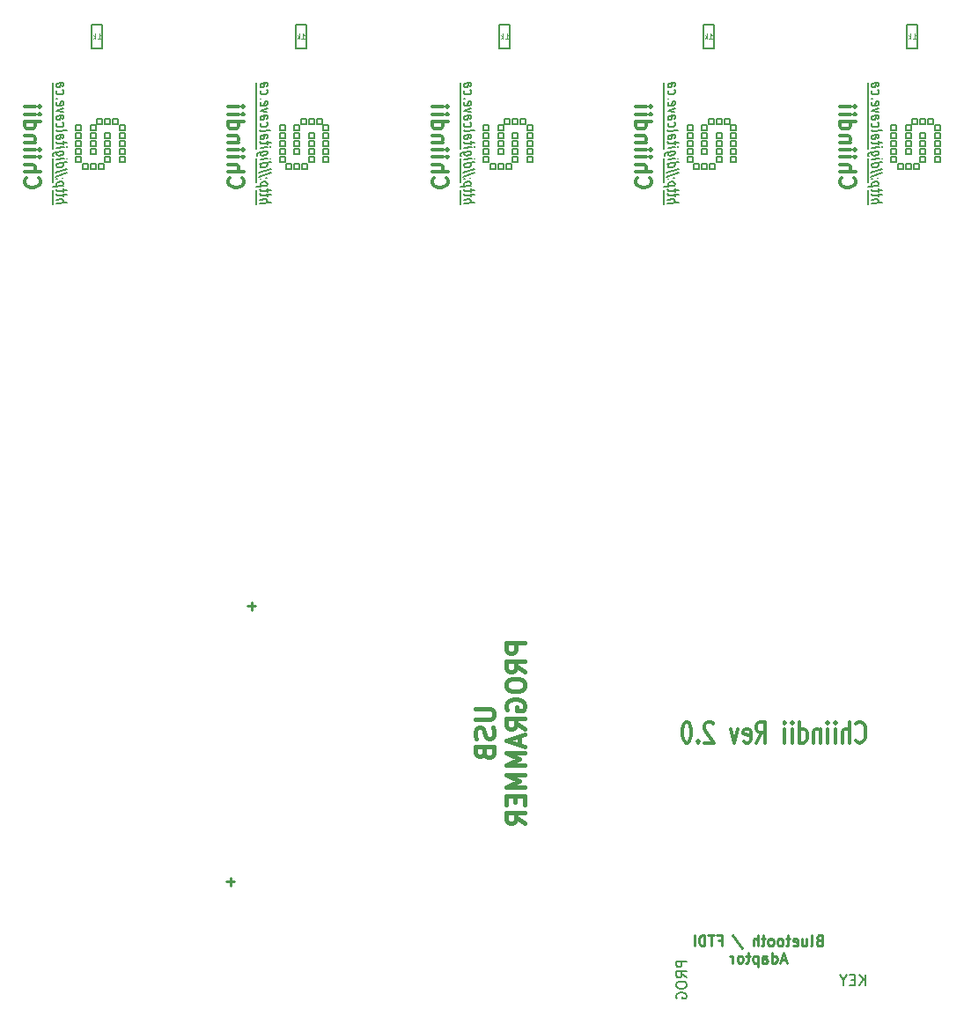
<source format=gbo>
G04 #@! TF.FileFunction,Legend,Bot*
%FSLAX46Y46*%
G04 Gerber Fmt 4.6, Leading zero omitted, Abs format (unit mm)*
G04 Created by KiCad (PCBNEW (2015-07-22 BZR 5980)-product) date Friday, October 16, 2015 'amt' 10:57:48 am*
%MOMM*%
G01*
G04 APERTURE LIST*
%ADD10C,0.100000*%
%ADD11C,0.300000*%
%ADD12C,0.250000*%
%ADD13C,0.450000*%
%ADD14C,0.152400*%
%ADD15C,0.150000*%
%ADD16C,0.114300*%
G04 APERTURE END LIST*
D10*
D11*
X137564286Y-73830000D02*
X137492857Y-73901429D01*
X137421429Y-74115715D01*
X137421429Y-74258572D01*
X137492857Y-74472857D01*
X137635714Y-74615715D01*
X137778571Y-74687143D01*
X138064286Y-74758572D01*
X138278571Y-74758572D01*
X138564286Y-74687143D01*
X138707143Y-74615715D01*
X138850000Y-74472857D01*
X138921429Y-74258572D01*
X138921429Y-74115715D01*
X138850000Y-73901429D01*
X138778571Y-73830000D01*
X137421429Y-73187143D02*
X138921429Y-73187143D01*
X137421429Y-72544286D02*
X138207143Y-72544286D01*
X138350000Y-72615715D01*
X138421429Y-72758572D01*
X138421429Y-72972857D01*
X138350000Y-73115715D01*
X138278571Y-73187143D01*
X137421429Y-71830000D02*
X138421429Y-71830000D01*
X138921429Y-71830000D02*
X138850000Y-71901429D01*
X138778571Y-71830000D01*
X138850000Y-71758572D01*
X138921429Y-71830000D01*
X138778571Y-71830000D01*
X137421429Y-71115714D02*
X138421429Y-71115714D01*
X138921429Y-71115714D02*
X138850000Y-71187143D01*
X138778571Y-71115714D01*
X138850000Y-71044286D01*
X138921429Y-71115714D01*
X138778571Y-71115714D01*
X138421429Y-70401428D02*
X137421429Y-70401428D01*
X138278571Y-70401428D02*
X138350000Y-70330000D01*
X138421429Y-70187142D01*
X138421429Y-69972857D01*
X138350000Y-69830000D01*
X138207143Y-69758571D01*
X137421429Y-69758571D01*
X137421429Y-68401428D02*
X138921429Y-68401428D01*
X137492857Y-68401428D02*
X137421429Y-68544285D01*
X137421429Y-68829999D01*
X137492857Y-68972857D01*
X137564286Y-69044285D01*
X137707143Y-69115714D01*
X138135714Y-69115714D01*
X138278571Y-69044285D01*
X138350000Y-68972857D01*
X138421429Y-68829999D01*
X138421429Y-68544285D01*
X138350000Y-68401428D01*
X137421429Y-67687142D02*
X138421429Y-67687142D01*
X138921429Y-67687142D02*
X138850000Y-67758571D01*
X138778571Y-67687142D01*
X138850000Y-67615714D01*
X138921429Y-67687142D01*
X138778571Y-67687142D01*
X137421429Y-66972856D02*
X138421429Y-66972856D01*
X138921429Y-66972856D02*
X138850000Y-67044285D01*
X138778571Y-66972856D01*
X138850000Y-66901428D01*
X138921429Y-66972856D01*
X138778571Y-66972856D01*
X117964286Y-73830000D02*
X117892857Y-73901429D01*
X117821429Y-74115715D01*
X117821429Y-74258572D01*
X117892857Y-74472857D01*
X118035714Y-74615715D01*
X118178571Y-74687143D01*
X118464286Y-74758572D01*
X118678571Y-74758572D01*
X118964286Y-74687143D01*
X119107143Y-74615715D01*
X119250000Y-74472857D01*
X119321429Y-74258572D01*
X119321429Y-74115715D01*
X119250000Y-73901429D01*
X119178571Y-73830000D01*
X117821429Y-73187143D02*
X119321429Y-73187143D01*
X117821429Y-72544286D02*
X118607143Y-72544286D01*
X118750000Y-72615715D01*
X118821429Y-72758572D01*
X118821429Y-72972857D01*
X118750000Y-73115715D01*
X118678571Y-73187143D01*
X117821429Y-71830000D02*
X118821429Y-71830000D01*
X119321429Y-71830000D02*
X119250000Y-71901429D01*
X119178571Y-71830000D01*
X119250000Y-71758572D01*
X119321429Y-71830000D01*
X119178571Y-71830000D01*
X117821429Y-71115714D02*
X118821429Y-71115714D01*
X119321429Y-71115714D02*
X119250000Y-71187143D01*
X119178571Y-71115714D01*
X119250000Y-71044286D01*
X119321429Y-71115714D01*
X119178571Y-71115714D01*
X118821429Y-70401428D02*
X117821429Y-70401428D01*
X118678571Y-70401428D02*
X118750000Y-70330000D01*
X118821429Y-70187142D01*
X118821429Y-69972857D01*
X118750000Y-69830000D01*
X118607143Y-69758571D01*
X117821429Y-69758571D01*
X117821429Y-68401428D02*
X119321429Y-68401428D01*
X117892857Y-68401428D02*
X117821429Y-68544285D01*
X117821429Y-68829999D01*
X117892857Y-68972857D01*
X117964286Y-69044285D01*
X118107143Y-69115714D01*
X118535714Y-69115714D01*
X118678571Y-69044285D01*
X118750000Y-68972857D01*
X118821429Y-68829999D01*
X118821429Y-68544285D01*
X118750000Y-68401428D01*
X117821429Y-67687142D02*
X118821429Y-67687142D01*
X119321429Y-67687142D02*
X119250000Y-67758571D01*
X119178571Y-67687142D01*
X119250000Y-67615714D01*
X119321429Y-67687142D01*
X119178571Y-67687142D01*
X117821429Y-66972856D02*
X118821429Y-66972856D01*
X119321429Y-66972856D02*
X119250000Y-67044285D01*
X119178571Y-66972856D01*
X119250000Y-66901428D01*
X119321429Y-66972856D01*
X119178571Y-66972856D01*
X98364286Y-73830000D02*
X98292857Y-73901429D01*
X98221429Y-74115715D01*
X98221429Y-74258572D01*
X98292857Y-74472857D01*
X98435714Y-74615715D01*
X98578571Y-74687143D01*
X98864286Y-74758572D01*
X99078571Y-74758572D01*
X99364286Y-74687143D01*
X99507143Y-74615715D01*
X99650000Y-74472857D01*
X99721429Y-74258572D01*
X99721429Y-74115715D01*
X99650000Y-73901429D01*
X99578571Y-73830000D01*
X98221429Y-73187143D02*
X99721429Y-73187143D01*
X98221429Y-72544286D02*
X99007143Y-72544286D01*
X99150000Y-72615715D01*
X99221429Y-72758572D01*
X99221429Y-72972857D01*
X99150000Y-73115715D01*
X99078571Y-73187143D01*
X98221429Y-71830000D02*
X99221429Y-71830000D01*
X99721429Y-71830000D02*
X99650000Y-71901429D01*
X99578571Y-71830000D01*
X99650000Y-71758572D01*
X99721429Y-71830000D01*
X99578571Y-71830000D01*
X98221429Y-71115714D02*
X99221429Y-71115714D01*
X99721429Y-71115714D02*
X99650000Y-71187143D01*
X99578571Y-71115714D01*
X99650000Y-71044286D01*
X99721429Y-71115714D01*
X99578571Y-71115714D01*
X99221429Y-70401428D02*
X98221429Y-70401428D01*
X99078571Y-70401428D02*
X99150000Y-70330000D01*
X99221429Y-70187142D01*
X99221429Y-69972857D01*
X99150000Y-69830000D01*
X99007143Y-69758571D01*
X98221429Y-69758571D01*
X98221429Y-68401428D02*
X99721429Y-68401428D01*
X98292857Y-68401428D02*
X98221429Y-68544285D01*
X98221429Y-68829999D01*
X98292857Y-68972857D01*
X98364286Y-69044285D01*
X98507143Y-69115714D01*
X98935714Y-69115714D01*
X99078571Y-69044285D01*
X99150000Y-68972857D01*
X99221429Y-68829999D01*
X99221429Y-68544285D01*
X99150000Y-68401428D01*
X98221429Y-67687142D02*
X99221429Y-67687142D01*
X99721429Y-67687142D02*
X99650000Y-67758571D01*
X99578571Y-67687142D01*
X99650000Y-67615714D01*
X99721429Y-67687142D01*
X99578571Y-67687142D01*
X98221429Y-66972856D02*
X99221429Y-66972856D01*
X99721429Y-66972856D02*
X99650000Y-67044285D01*
X99578571Y-66972856D01*
X99650000Y-66901428D01*
X99721429Y-66972856D01*
X99578571Y-66972856D01*
X78764286Y-73830000D02*
X78692857Y-73901429D01*
X78621429Y-74115715D01*
X78621429Y-74258572D01*
X78692857Y-74472857D01*
X78835714Y-74615715D01*
X78978571Y-74687143D01*
X79264286Y-74758572D01*
X79478571Y-74758572D01*
X79764286Y-74687143D01*
X79907143Y-74615715D01*
X80050000Y-74472857D01*
X80121429Y-74258572D01*
X80121429Y-74115715D01*
X80050000Y-73901429D01*
X79978571Y-73830000D01*
X78621429Y-73187143D02*
X80121429Y-73187143D01*
X78621429Y-72544286D02*
X79407143Y-72544286D01*
X79550000Y-72615715D01*
X79621429Y-72758572D01*
X79621429Y-72972857D01*
X79550000Y-73115715D01*
X79478571Y-73187143D01*
X78621429Y-71830000D02*
X79621429Y-71830000D01*
X80121429Y-71830000D02*
X80050000Y-71901429D01*
X79978571Y-71830000D01*
X80050000Y-71758572D01*
X80121429Y-71830000D01*
X79978571Y-71830000D01*
X78621429Y-71115714D02*
X79621429Y-71115714D01*
X80121429Y-71115714D02*
X80050000Y-71187143D01*
X79978571Y-71115714D01*
X80050000Y-71044286D01*
X80121429Y-71115714D01*
X79978571Y-71115714D01*
X79621429Y-70401428D02*
X78621429Y-70401428D01*
X79478571Y-70401428D02*
X79550000Y-70330000D01*
X79621429Y-70187142D01*
X79621429Y-69972857D01*
X79550000Y-69830000D01*
X79407143Y-69758571D01*
X78621429Y-69758571D01*
X78621429Y-68401428D02*
X80121429Y-68401428D01*
X78692857Y-68401428D02*
X78621429Y-68544285D01*
X78621429Y-68829999D01*
X78692857Y-68972857D01*
X78764286Y-69044285D01*
X78907143Y-69115714D01*
X79335714Y-69115714D01*
X79478571Y-69044285D01*
X79550000Y-68972857D01*
X79621429Y-68829999D01*
X79621429Y-68544285D01*
X79550000Y-68401428D01*
X78621429Y-67687142D02*
X79621429Y-67687142D01*
X80121429Y-67687142D02*
X80050000Y-67758571D01*
X79978571Y-67687142D01*
X80050000Y-67615714D01*
X80121429Y-67687142D01*
X79978571Y-67687142D01*
X78621429Y-66972856D02*
X79621429Y-66972856D01*
X80121429Y-66972856D02*
X80050000Y-67044285D01*
X79978571Y-66972856D01*
X80050000Y-66901428D01*
X80121429Y-66972856D01*
X79978571Y-66972856D01*
X59164286Y-73830000D02*
X59092857Y-73901429D01*
X59021429Y-74115715D01*
X59021429Y-74258572D01*
X59092857Y-74472857D01*
X59235714Y-74615715D01*
X59378571Y-74687143D01*
X59664286Y-74758572D01*
X59878571Y-74758572D01*
X60164286Y-74687143D01*
X60307143Y-74615715D01*
X60450000Y-74472857D01*
X60521429Y-74258572D01*
X60521429Y-74115715D01*
X60450000Y-73901429D01*
X60378571Y-73830000D01*
X59021429Y-73187143D02*
X60521429Y-73187143D01*
X59021429Y-72544286D02*
X59807143Y-72544286D01*
X59950000Y-72615715D01*
X60021429Y-72758572D01*
X60021429Y-72972857D01*
X59950000Y-73115715D01*
X59878571Y-73187143D01*
X59021429Y-71830000D02*
X60021429Y-71830000D01*
X60521429Y-71830000D02*
X60450000Y-71901429D01*
X60378571Y-71830000D01*
X60450000Y-71758572D01*
X60521429Y-71830000D01*
X60378571Y-71830000D01*
X59021429Y-71115714D02*
X60021429Y-71115714D01*
X60521429Y-71115714D02*
X60450000Y-71187143D01*
X60378571Y-71115714D01*
X60450000Y-71044286D01*
X60521429Y-71115714D01*
X60378571Y-71115714D01*
X60021429Y-70401428D02*
X59021429Y-70401428D01*
X59878571Y-70401428D02*
X59950000Y-70330000D01*
X60021429Y-70187142D01*
X60021429Y-69972857D01*
X59950000Y-69830000D01*
X59807143Y-69758571D01*
X59021429Y-69758571D01*
X59021429Y-68401428D02*
X60521429Y-68401428D01*
X59092857Y-68401428D02*
X59021429Y-68544285D01*
X59021429Y-68829999D01*
X59092857Y-68972857D01*
X59164286Y-69044285D01*
X59307143Y-69115714D01*
X59735714Y-69115714D01*
X59878571Y-69044285D01*
X59950000Y-68972857D01*
X60021429Y-68829999D01*
X60021429Y-68544285D01*
X59950000Y-68401428D01*
X59021429Y-67687142D02*
X60021429Y-67687142D01*
X60521429Y-67687142D02*
X60450000Y-67758571D01*
X60378571Y-67687142D01*
X60450000Y-67615714D01*
X60521429Y-67687142D01*
X60378571Y-67687142D01*
X59021429Y-66972856D02*
X60021429Y-66972856D01*
X60521429Y-66972856D02*
X60450000Y-67044285D01*
X60378571Y-66972856D01*
X60450000Y-66901428D01*
X60521429Y-66972856D01*
X60378571Y-66972856D01*
X138992857Y-127944286D02*
X139064286Y-128039524D01*
X139278572Y-128134762D01*
X139421429Y-128134762D01*
X139635714Y-128039524D01*
X139778572Y-127849048D01*
X139850000Y-127658571D01*
X139921429Y-127277619D01*
X139921429Y-126991905D01*
X139850000Y-126610952D01*
X139778572Y-126420476D01*
X139635714Y-126230000D01*
X139421429Y-126134762D01*
X139278572Y-126134762D01*
X139064286Y-126230000D01*
X138992857Y-126325238D01*
X138350000Y-128134762D02*
X138350000Y-126134762D01*
X137707143Y-128134762D02*
X137707143Y-127087143D01*
X137778572Y-126896667D01*
X137921429Y-126801429D01*
X138135714Y-126801429D01*
X138278572Y-126896667D01*
X138350000Y-126991905D01*
X136992857Y-128134762D02*
X136992857Y-126801429D01*
X136992857Y-126134762D02*
X137064286Y-126230000D01*
X136992857Y-126325238D01*
X136921429Y-126230000D01*
X136992857Y-126134762D01*
X136992857Y-126325238D01*
X136278571Y-128134762D02*
X136278571Y-126801429D01*
X136278571Y-126134762D02*
X136350000Y-126230000D01*
X136278571Y-126325238D01*
X136207143Y-126230000D01*
X136278571Y-126134762D01*
X136278571Y-126325238D01*
X135564285Y-126801429D02*
X135564285Y-128134762D01*
X135564285Y-126991905D02*
X135492857Y-126896667D01*
X135349999Y-126801429D01*
X135135714Y-126801429D01*
X134992857Y-126896667D01*
X134921428Y-127087143D01*
X134921428Y-128134762D01*
X133564285Y-128134762D02*
X133564285Y-126134762D01*
X133564285Y-128039524D02*
X133707142Y-128134762D01*
X133992856Y-128134762D01*
X134135714Y-128039524D01*
X134207142Y-127944286D01*
X134278571Y-127753810D01*
X134278571Y-127182381D01*
X134207142Y-126991905D01*
X134135714Y-126896667D01*
X133992856Y-126801429D01*
X133707142Y-126801429D01*
X133564285Y-126896667D01*
X132849999Y-128134762D02*
X132849999Y-126801429D01*
X132849999Y-126134762D02*
X132921428Y-126230000D01*
X132849999Y-126325238D01*
X132778571Y-126230000D01*
X132849999Y-126134762D01*
X132849999Y-126325238D01*
X132135713Y-128134762D02*
X132135713Y-126801429D01*
X132135713Y-126134762D02*
X132207142Y-126230000D01*
X132135713Y-126325238D01*
X132064285Y-126230000D01*
X132135713Y-126134762D01*
X132135713Y-126325238D01*
X129421427Y-128134762D02*
X129921427Y-127182381D01*
X130278570Y-128134762D02*
X130278570Y-126134762D01*
X129707142Y-126134762D01*
X129564284Y-126230000D01*
X129492856Y-126325238D01*
X129421427Y-126515714D01*
X129421427Y-126801429D01*
X129492856Y-126991905D01*
X129564284Y-127087143D01*
X129707142Y-127182381D01*
X130278570Y-127182381D01*
X128207142Y-128039524D02*
X128349999Y-128134762D01*
X128635713Y-128134762D01*
X128778570Y-128039524D01*
X128849999Y-127849048D01*
X128849999Y-127087143D01*
X128778570Y-126896667D01*
X128635713Y-126801429D01*
X128349999Y-126801429D01*
X128207142Y-126896667D01*
X128135713Y-127087143D01*
X128135713Y-127277619D01*
X128849999Y-127468095D01*
X127635713Y-126801429D02*
X127278570Y-128134762D01*
X126921428Y-126801429D01*
X125278571Y-126325238D02*
X125207142Y-126230000D01*
X125064285Y-126134762D01*
X124707142Y-126134762D01*
X124564285Y-126230000D01*
X124492856Y-126325238D01*
X124421428Y-126515714D01*
X124421428Y-126706190D01*
X124492856Y-126991905D01*
X125349999Y-128134762D01*
X124421428Y-128134762D01*
X123778571Y-127944286D02*
X123707143Y-128039524D01*
X123778571Y-128134762D01*
X123850000Y-128039524D01*
X123778571Y-127944286D01*
X123778571Y-128134762D01*
X122778571Y-126134762D02*
X122635714Y-126134762D01*
X122492857Y-126230000D01*
X122421428Y-126325238D01*
X122349999Y-126515714D01*
X122278571Y-126896667D01*
X122278571Y-127372857D01*
X122349999Y-127753810D01*
X122421428Y-127944286D01*
X122492857Y-128039524D01*
X122635714Y-128134762D01*
X122778571Y-128134762D01*
X122921428Y-128039524D01*
X122992857Y-127944286D01*
X123064285Y-127753810D01*
X123135714Y-127372857D01*
X123135714Y-126896667D01*
X123064285Y-126515714D01*
X122992857Y-126325238D01*
X122921428Y-126230000D01*
X122778571Y-126134762D01*
D12*
X135433334Y-147133571D02*
X135290477Y-147181190D01*
X135242858Y-147228810D01*
X135195239Y-147324048D01*
X135195239Y-147466905D01*
X135242858Y-147562143D01*
X135290477Y-147609762D01*
X135385715Y-147657381D01*
X135766668Y-147657381D01*
X135766668Y-146657381D01*
X135433334Y-146657381D01*
X135338096Y-146705000D01*
X135290477Y-146752619D01*
X135242858Y-146847857D01*
X135242858Y-146943095D01*
X135290477Y-147038333D01*
X135338096Y-147085952D01*
X135433334Y-147133571D01*
X135766668Y-147133571D01*
X134623811Y-147657381D02*
X134719049Y-147609762D01*
X134766668Y-147514524D01*
X134766668Y-146657381D01*
X133814286Y-146990714D02*
X133814286Y-147657381D01*
X134242858Y-146990714D02*
X134242858Y-147514524D01*
X134195239Y-147609762D01*
X134100001Y-147657381D01*
X133957143Y-147657381D01*
X133861905Y-147609762D01*
X133814286Y-147562143D01*
X132957143Y-147609762D02*
X133052381Y-147657381D01*
X133242858Y-147657381D01*
X133338096Y-147609762D01*
X133385715Y-147514524D01*
X133385715Y-147133571D01*
X133338096Y-147038333D01*
X133242858Y-146990714D01*
X133052381Y-146990714D01*
X132957143Y-147038333D01*
X132909524Y-147133571D01*
X132909524Y-147228810D01*
X133385715Y-147324048D01*
X132623810Y-146990714D02*
X132242858Y-146990714D01*
X132480953Y-146657381D02*
X132480953Y-147514524D01*
X132433334Y-147609762D01*
X132338096Y-147657381D01*
X132242858Y-147657381D01*
X131766667Y-147657381D02*
X131861905Y-147609762D01*
X131909524Y-147562143D01*
X131957143Y-147466905D01*
X131957143Y-147181190D01*
X131909524Y-147085952D01*
X131861905Y-147038333D01*
X131766667Y-146990714D01*
X131623809Y-146990714D01*
X131528571Y-147038333D01*
X131480952Y-147085952D01*
X131433333Y-147181190D01*
X131433333Y-147466905D01*
X131480952Y-147562143D01*
X131528571Y-147609762D01*
X131623809Y-147657381D01*
X131766667Y-147657381D01*
X130861905Y-147657381D02*
X130957143Y-147609762D01*
X131004762Y-147562143D01*
X131052381Y-147466905D01*
X131052381Y-147181190D01*
X131004762Y-147085952D01*
X130957143Y-147038333D01*
X130861905Y-146990714D01*
X130719047Y-146990714D01*
X130623809Y-147038333D01*
X130576190Y-147085952D01*
X130528571Y-147181190D01*
X130528571Y-147466905D01*
X130576190Y-147562143D01*
X130623809Y-147609762D01*
X130719047Y-147657381D01*
X130861905Y-147657381D01*
X130242857Y-146990714D02*
X129861905Y-146990714D01*
X130100000Y-146657381D02*
X130100000Y-147514524D01*
X130052381Y-147609762D01*
X129957143Y-147657381D01*
X129861905Y-147657381D01*
X129528571Y-147657381D02*
X129528571Y-146657381D01*
X129099999Y-147657381D02*
X129099999Y-147133571D01*
X129147618Y-147038333D01*
X129242856Y-146990714D01*
X129385714Y-146990714D01*
X129480952Y-147038333D01*
X129528571Y-147085952D01*
X127147618Y-146609762D02*
X128004761Y-147895476D01*
X125719046Y-147133571D02*
X126052380Y-147133571D01*
X126052380Y-147657381D02*
X126052380Y-146657381D01*
X125576189Y-146657381D01*
X125338094Y-146657381D02*
X124766665Y-146657381D01*
X125052380Y-147657381D02*
X125052380Y-146657381D01*
X124433332Y-147657381D02*
X124433332Y-146657381D01*
X124195237Y-146657381D01*
X124052379Y-146705000D01*
X123957141Y-146800238D01*
X123909522Y-146895476D01*
X123861903Y-147085952D01*
X123861903Y-147228810D01*
X123909522Y-147419286D01*
X123957141Y-147514524D01*
X124052379Y-147609762D01*
X124195237Y-147657381D01*
X124433332Y-147657381D01*
X123433332Y-147657381D02*
X123433332Y-146657381D01*
X132242858Y-149021667D02*
X131766667Y-149021667D01*
X132338096Y-149307381D02*
X132004763Y-148307381D01*
X131671429Y-149307381D01*
X130909524Y-149307381D02*
X130909524Y-148307381D01*
X130909524Y-149259762D02*
X131004762Y-149307381D01*
X131195239Y-149307381D01*
X131290477Y-149259762D01*
X131338096Y-149212143D01*
X131385715Y-149116905D01*
X131385715Y-148831190D01*
X131338096Y-148735952D01*
X131290477Y-148688333D01*
X131195239Y-148640714D01*
X131004762Y-148640714D01*
X130909524Y-148688333D01*
X130004762Y-149307381D02*
X130004762Y-148783571D01*
X130052381Y-148688333D01*
X130147619Y-148640714D01*
X130338096Y-148640714D01*
X130433334Y-148688333D01*
X130004762Y-149259762D02*
X130100000Y-149307381D01*
X130338096Y-149307381D01*
X130433334Y-149259762D01*
X130480953Y-149164524D01*
X130480953Y-149069286D01*
X130433334Y-148974048D01*
X130338096Y-148926429D01*
X130100000Y-148926429D01*
X130004762Y-148878810D01*
X129528572Y-148640714D02*
X129528572Y-149640714D01*
X129528572Y-148688333D02*
X129433334Y-148640714D01*
X129242857Y-148640714D01*
X129147619Y-148688333D01*
X129100000Y-148735952D01*
X129052381Y-148831190D01*
X129052381Y-149116905D01*
X129100000Y-149212143D01*
X129147619Y-149259762D01*
X129242857Y-149307381D01*
X129433334Y-149307381D01*
X129528572Y-149259762D01*
X128766667Y-148640714D02*
X128385715Y-148640714D01*
X128623810Y-148307381D02*
X128623810Y-149164524D01*
X128576191Y-149259762D01*
X128480953Y-149307381D01*
X128385715Y-149307381D01*
X127909524Y-149307381D02*
X128004762Y-149259762D01*
X128052381Y-149212143D01*
X128100000Y-149116905D01*
X128100000Y-148831190D01*
X128052381Y-148735952D01*
X128004762Y-148688333D01*
X127909524Y-148640714D01*
X127766666Y-148640714D01*
X127671428Y-148688333D01*
X127623809Y-148735952D01*
X127576190Y-148831190D01*
X127576190Y-149116905D01*
X127623809Y-149212143D01*
X127671428Y-149259762D01*
X127766666Y-149307381D01*
X127909524Y-149307381D01*
X127147619Y-149307381D02*
X127147619Y-148640714D01*
X127147619Y-148831190D02*
X127100000Y-148735952D01*
X127052381Y-148688333D01*
X126957143Y-148640714D01*
X126861904Y-148640714D01*
D13*
X102369696Y-124891232D02*
X103826839Y-124891232D01*
X103998267Y-124976947D01*
X104083981Y-125062661D01*
X104169696Y-125234090D01*
X104169696Y-125576947D01*
X104083981Y-125748375D01*
X103998267Y-125834090D01*
X103826839Y-125919804D01*
X102369696Y-125919804D01*
X104083981Y-126691232D02*
X104169696Y-126948375D01*
X104169696Y-127376946D01*
X104083981Y-127548375D01*
X103998267Y-127634089D01*
X103826839Y-127719804D01*
X103655410Y-127719804D01*
X103483981Y-127634089D01*
X103398267Y-127548375D01*
X103312553Y-127376946D01*
X103226839Y-127034089D01*
X103141124Y-126862661D01*
X103055410Y-126776946D01*
X102883981Y-126691232D01*
X102712553Y-126691232D01*
X102541124Y-126776946D01*
X102455410Y-126862661D01*
X102369696Y-127034089D01*
X102369696Y-127462661D01*
X102455410Y-127719804D01*
X103226839Y-129091232D02*
X103312553Y-129348375D01*
X103398267Y-129434090D01*
X103569696Y-129519804D01*
X103826839Y-129519804D01*
X103998267Y-129434090D01*
X104083981Y-129348375D01*
X104169696Y-129176947D01*
X104169696Y-128491232D01*
X102369696Y-128491232D01*
X102369696Y-129091232D01*
X102455410Y-129262661D01*
X102541124Y-129348375D01*
X102712553Y-129434090D01*
X102883981Y-129434090D01*
X103055410Y-129348375D01*
X103141124Y-129262661D01*
X103226839Y-129091232D01*
X103226839Y-128491232D01*
X107139696Y-118505518D02*
X105339696Y-118505518D01*
X105339696Y-119191233D01*
X105425410Y-119362661D01*
X105511124Y-119448376D01*
X105682553Y-119534090D01*
X105939696Y-119534090D01*
X106111124Y-119448376D01*
X106196839Y-119362661D01*
X106282553Y-119191233D01*
X106282553Y-118505518D01*
X107139696Y-121334090D02*
X106282553Y-120734090D01*
X107139696Y-120305518D02*
X105339696Y-120305518D01*
X105339696Y-120991233D01*
X105425410Y-121162661D01*
X105511124Y-121248376D01*
X105682553Y-121334090D01*
X105939696Y-121334090D01*
X106111124Y-121248376D01*
X106196839Y-121162661D01*
X106282553Y-120991233D01*
X106282553Y-120305518D01*
X105339696Y-122448376D02*
X105339696Y-122791233D01*
X105425410Y-122962661D01*
X105596839Y-123134090D01*
X105939696Y-123219804D01*
X106539696Y-123219804D01*
X106882553Y-123134090D01*
X107053981Y-122962661D01*
X107139696Y-122791233D01*
X107139696Y-122448376D01*
X107053981Y-122276947D01*
X106882553Y-122105518D01*
X106539696Y-122019804D01*
X105939696Y-122019804D01*
X105596839Y-122105518D01*
X105425410Y-122276947D01*
X105339696Y-122448376D01*
X105425410Y-124934090D02*
X105339696Y-124762661D01*
X105339696Y-124505518D01*
X105425410Y-124248375D01*
X105596839Y-124076947D01*
X105768267Y-123991232D01*
X106111124Y-123905518D01*
X106368267Y-123905518D01*
X106711124Y-123991232D01*
X106882553Y-124076947D01*
X107053981Y-124248375D01*
X107139696Y-124505518D01*
X107139696Y-124676947D01*
X107053981Y-124934090D01*
X106968267Y-125019804D01*
X106368267Y-125019804D01*
X106368267Y-124676947D01*
X107139696Y-126819804D02*
X106282553Y-126219804D01*
X107139696Y-125791232D02*
X105339696Y-125791232D01*
X105339696Y-126476947D01*
X105425410Y-126648375D01*
X105511124Y-126734090D01*
X105682553Y-126819804D01*
X105939696Y-126819804D01*
X106111124Y-126734090D01*
X106196839Y-126648375D01*
X106282553Y-126476947D01*
X106282553Y-125791232D01*
X106625410Y-127505518D02*
X106625410Y-128362661D01*
X107139696Y-127334090D02*
X105339696Y-127934090D01*
X107139696Y-128534090D01*
X107139696Y-129134089D02*
X105339696Y-129134089D01*
X106625410Y-129734089D01*
X105339696Y-130334089D01*
X107139696Y-130334089D01*
X107139696Y-131191232D02*
X105339696Y-131191232D01*
X106625410Y-131791232D01*
X105339696Y-132391232D01*
X107139696Y-132391232D01*
X106196839Y-133248375D02*
X106196839Y-133848375D01*
X107139696Y-134105518D02*
X107139696Y-133248375D01*
X105339696Y-133248375D01*
X105339696Y-134105518D01*
X107139696Y-135905518D02*
X106282553Y-135305518D01*
X107139696Y-134876946D02*
X105339696Y-134876946D01*
X105339696Y-135562661D01*
X105425410Y-135734089D01*
X105511124Y-135819804D01*
X105682553Y-135905518D01*
X105939696Y-135905518D01*
X106111124Y-135819804D01*
X106196839Y-135734089D01*
X106282553Y-135562661D01*
X106282553Y-134876946D01*
D14*
X143892000Y-59087000D02*
X144908000Y-59087000D01*
X144908000Y-59087000D02*
X144908000Y-61373000D01*
X144908000Y-61373000D02*
X143892000Y-61373000D01*
X143892000Y-61373000D02*
X143892000Y-59087000D01*
X124292000Y-59087000D02*
X125308000Y-59087000D01*
X125308000Y-59087000D02*
X125308000Y-61373000D01*
X125308000Y-61373000D02*
X124292000Y-61373000D01*
X124292000Y-61373000D02*
X124292000Y-59087000D01*
X104692000Y-59087000D02*
X105708000Y-59087000D01*
X105708000Y-59087000D02*
X105708000Y-61373000D01*
X105708000Y-61373000D02*
X104692000Y-61373000D01*
X104692000Y-61373000D02*
X104692000Y-59087000D01*
X85092000Y-59087000D02*
X86108000Y-59087000D01*
X86108000Y-59087000D02*
X86108000Y-61373000D01*
X86108000Y-61373000D02*
X85092000Y-61373000D01*
X85092000Y-61373000D02*
X85092000Y-59087000D01*
D15*
X140823800Y-66897800D02*
X140925400Y-66466000D01*
X140925400Y-66466000D02*
X141001600Y-66466000D01*
X141001600Y-66466000D02*
X141128600Y-66491400D01*
X141128600Y-66491400D02*
X141179400Y-66567600D01*
X141179400Y-66567600D02*
X141179400Y-66694600D01*
X141179400Y-66694600D02*
X141128600Y-66796200D01*
X141128600Y-66796200D02*
X141027000Y-66847000D01*
X141027000Y-66847000D02*
X140646000Y-66897800D01*
X140646000Y-66897800D02*
X140544400Y-66872400D01*
X140544400Y-66872400D02*
X140493600Y-66770800D01*
X140493600Y-66770800D02*
X140493600Y-66643800D01*
X140493600Y-66643800D02*
X140569800Y-66567600D01*
X141154000Y-67507400D02*
X140493600Y-67380400D01*
X140493600Y-67380400D02*
X141179400Y-67101000D01*
X140544400Y-64764200D02*
X140493600Y-64840400D01*
X140493600Y-64840400D02*
X140493600Y-65043600D01*
X140493600Y-65043600D02*
X140544400Y-65094400D01*
X140544400Y-65094400D02*
X140620600Y-65119800D01*
X140620600Y-65119800D02*
X140722200Y-65119800D01*
X140722200Y-65119800D02*
X140798400Y-65119800D01*
X140798400Y-65119800D02*
X140849200Y-65043600D01*
X140849200Y-65043600D02*
X140874600Y-64967400D01*
X140874600Y-64967400D02*
X140874600Y-64789600D01*
X140874600Y-64789600D02*
X140925400Y-64738800D01*
X141103200Y-65043600D02*
X141179400Y-64942000D01*
X141179400Y-64942000D02*
X141179400Y-64789600D01*
X141179400Y-64789600D02*
X141128600Y-64713400D01*
X141128600Y-64713400D02*
X141027000Y-64688000D01*
X141027000Y-64688000D02*
X140493600Y-64764200D01*
X141027000Y-67812200D02*
X140493600Y-67888400D01*
X141128600Y-67837600D02*
X141027000Y-67812200D01*
X141179400Y-67913800D02*
X141128600Y-67837600D01*
X141179400Y-68066200D02*
X141179400Y-67913800D01*
X141103200Y-68167800D02*
X141179400Y-68066200D01*
X140874600Y-67913800D02*
X140925400Y-67863000D01*
X140874600Y-68091600D02*
X140874600Y-67913800D01*
X140849200Y-68167800D02*
X140874600Y-68091600D01*
X140798400Y-68244000D02*
X140849200Y-68167800D01*
X140722200Y-68244000D02*
X140798400Y-68244000D01*
X140620600Y-68244000D02*
X140722200Y-68244000D01*
X140544400Y-68218600D02*
X140620600Y-68244000D01*
X140493600Y-68167800D02*
X140544400Y-68218600D01*
X140493600Y-67964600D02*
X140493600Y-68167800D01*
X140544400Y-67888400D02*
X140493600Y-67964600D01*
X140493600Y-65526200D02*
X140544400Y-65450000D01*
X140493600Y-65627800D02*
X140493600Y-65526200D01*
X140519000Y-65704000D02*
X140493600Y-65627800D01*
X140595200Y-65805600D02*
X140519000Y-65704000D01*
X140849200Y-65805600D02*
X140595200Y-65805600D01*
X140976200Y-65805600D02*
X140849200Y-65805600D01*
X141052400Y-65754800D02*
X140976200Y-65805600D01*
X141128600Y-65704000D02*
X141052400Y-65754800D01*
X141179400Y-65602400D02*
X141128600Y-65704000D01*
X141179400Y-65450000D02*
X141179400Y-65602400D01*
X141103200Y-65373800D02*
X141179400Y-65450000D01*
X141103200Y-68498000D02*
X141179400Y-68574200D01*
X141179400Y-68574200D02*
X141179400Y-68726600D01*
X141179400Y-68726600D02*
X141128600Y-68828200D01*
X141128600Y-68828200D02*
X141052400Y-68879000D01*
X141052400Y-68879000D02*
X140976200Y-68929800D01*
X140976200Y-68929800D02*
X140849200Y-68929800D01*
X140849200Y-68929800D02*
X140595200Y-68929800D01*
X140595200Y-68929800D02*
X140519000Y-68828200D01*
X140519000Y-68828200D02*
X140493600Y-68752000D01*
X140493600Y-68752000D02*
X140493600Y-68650400D01*
X140493600Y-68650400D02*
X140544400Y-68574200D01*
X141484200Y-69234600D02*
X140620600Y-69361600D01*
X140620600Y-69361600D02*
X140544400Y-69336200D01*
X140544400Y-69336200D02*
X140468200Y-69234600D01*
X140544400Y-69742600D02*
X140493600Y-69818800D01*
X140493600Y-69818800D02*
X140493600Y-70022000D01*
X140493600Y-70022000D02*
X140544400Y-70072800D01*
X140544400Y-70072800D02*
X140620600Y-70098200D01*
X140620600Y-70098200D02*
X140722200Y-70098200D01*
X140722200Y-70098200D02*
X140798400Y-70098200D01*
X140798400Y-70098200D02*
X140849200Y-70022000D01*
X140849200Y-70022000D02*
X140874600Y-69945800D01*
X140874600Y-69945800D02*
X140874600Y-69768000D01*
X140874600Y-69768000D02*
X140925400Y-69717200D01*
X141103200Y-70022000D02*
X141179400Y-69920400D01*
X141179400Y-69920400D02*
X141179400Y-69768000D01*
X141179400Y-69768000D02*
X141128600Y-69691800D01*
X141128600Y-69691800D02*
X141027000Y-69666400D01*
X141027000Y-69666400D02*
X140493600Y-69742600D01*
X140493600Y-70453800D02*
X140468200Y-70352200D01*
X140544400Y-70504600D02*
X140493600Y-70453800D01*
X140646000Y-70530000D02*
X140544400Y-70504600D01*
X141509600Y-70428400D02*
X140646000Y-70530000D01*
X141179400Y-70631600D02*
X141179400Y-70301400D01*
X141128600Y-71266600D02*
X141179400Y-71342800D01*
X141179400Y-71342800D02*
X141179400Y-71444400D01*
X141179400Y-71444400D02*
X141128600Y-71571400D01*
X141128600Y-71571400D02*
X141052400Y-71622200D01*
X141052400Y-71622200D02*
X140976200Y-71647600D01*
X140976200Y-71647600D02*
X140696800Y-71698400D01*
X140696800Y-71698400D02*
X140544400Y-71647600D01*
X140544400Y-71647600D02*
X140493600Y-71546000D01*
X140493600Y-71546000D02*
X140493600Y-71419000D01*
X140493600Y-71419000D02*
X140569800Y-71342800D01*
X141154000Y-71241200D02*
X140341200Y-71342800D01*
X140341200Y-71342800D02*
X140239600Y-71419000D01*
X140239600Y-71419000D02*
X140214200Y-71444400D01*
X140214200Y-71444400D02*
X140188800Y-71469800D01*
X140188800Y-71469800D02*
X140163400Y-71520600D01*
X140163400Y-71520600D02*
X140163400Y-71622200D01*
X140163400Y-71622200D02*
X140163400Y-71673000D01*
X140163400Y-71673000D02*
X140214200Y-71723800D01*
X140544400Y-72460400D02*
X140493600Y-72511200D01*
X140493600Y-72511200D02*
X140493600Y-72663600D01*
X140493600Y-72663600D02*
X140544400Y-72765200D01*
X140544400Y-72765200D02*
X140595200Y-72790600D01*
X140595200Y-72790600D02*
X140671400Y-72816000D01*
X140671400Y-72816000D02*
X140976200Y-72765200D01*
X140976200Y-72765200D02*
X141077800Y-72739800D01*
X141077800Y-72739800D02*
X141128600Y-72663600D01*
X141128600Y-72663600D02*
X141179400Y-72587400D01*
X141179400Y-72587400D02*
X141179400Y-72485800D01*
X141179400Y-72485800D02*
X141128600Y-72384200D01*
X141509600Y-72333400D02*
X140468200Y-72460400D01*
X140544400Y-66161200D02*
X140519000Y-66186600D01*
X140519000Y-66161200D02*
X140544400Y-66161200D01*
X140544400Y-66186600D02*
X140519000Y-66161200D01*
X141204800Y-70860200D02*
X140493600Y-70961800D01*
X141484200Y-70834800D02*
X141458800Y-70809400D01*
X141458800Y-70809400D02*
X141484200Y-70809400D01*
X141484200Y-70809400D02*
X141458800Y-70834800D01*
X141484200Y-71927000D02*
X141458800Y-71952400D01*
X141458800Y-71927000D02*
X141484200Y-71927000D01*
X141484200Y-71952400D02*
X141458800Y-71927000D01*
X140544400Y-73882800D02*
X140519000Y-73908200D01*
X140519000Y-73882800D02*
X140544400Y-73882800D01*
X140544400Y-73908200D02*
X140519000Y-73882800D01*
X141077800Y-73857400D02*
X141052400Y-73832000D01*
X141052400Y-73832000D02*
X141077800Y-73832000D01*
X141077800Y-73832000D02*
X141052400Y-73857400D01*
X141204800Y-71977800D02*
X140493600Y-72079400D01*
X140493600Y-74644800D02*
X140493600Y-74416200D01*
X140493600Y-74416200D02*
X140595200Y-74238400D01*
X140595200Y-74238400D02*
X140950800Y-74187600D01*
X140950800Y-74187600D02*
X141052400Y-74213000D01*
X141052400Y-74213000D02*
X141154000Y-74289200D01*
X141154000Y-74289200D02*
X141179400Y-74390800D01*
X141179400Y-74390800D02*
X141179400Y-74441600D01*
X141179400Y-74441600D02*
X141103200Y-74543200D01*
X141154000Y-74543200D02*
X140138000Y-74695600D01*
X140493600Y-75000400D02*
X140468200Y-74898800D01*
X140544400Y-75051200D02*
X140493600Y-75000400D01*
X140646000Y-75076600D02*
X140544400Y-75051200D01*
X141509600Y-74975000D02*
X140646000Y-75076600D01*
X141179400Y-75178200D02*
X141179400Y-74848000D01*
X141179400Y-75635400D02*
X141179400Y-75305200D01*
X141509600Y-75432200D02*
X140646000Y-75533800D01*
X140646000Y-75533800D02*
X140544400Y-75508400D01*
X140544400Y-75508400D02*
X140493600Y-75457600D01*
X140493600Y-75457600D02*
X140468200Y-75356000D01*
X141077800Y-76219600D02*
X141179400Y-76143400D01*
X141179400Y-76143400D02*
X141154000Y-75991000D01*
X141154000Y-75991000D02*
X141103200Y-75914800D01*
X141103200Y-75914800D02*
X141027000Y-75889400D01*
X141027000Y-75889400D02*
X140468200Y-75965600D01*
X141509600Y-76168800D02*
X140468200Y-76295800D01*
X141535000Y-72943000D02*
X140392000Y-73324000D01*
X141535000Y-73324000D02*
X140392000Y-73705000D01*
X140138000Y-71063400D02*
X140138000Y-64713400D01*
X140138000Y-71952400D02*
X140138000Y-74238400D01*
X140138000Y-76372000D02*
X140138000Y-74975000D01*
X121223800Y-66897800D02*
X121325400Y-66466000D01*
X121325400Y-66466000D02*
X121401600Y-66466000D01*
X121401600Y-66466000D02*
X121528600Y-66491400D01*
X121528600Y-66491400D02*
X121579400Y-66567600D01*
X121579400Y-66567600D02*
X121579400Y-66694600D01*
X121579400Y-66694600D02*
X121528600Y-66796200D01*
X121528600Y-66796200D02*
X121427000Y-66847000D01*
X121427000Y-66847000D02*
X121046000Y-66897800D01*
X121046000Y-66897800D02*
X120944400Y-66872400D01*
X120944400Y-66872400D02*
X120893600Y-66770800D01*
X120893600Y-66770800D02*
X120893600Y-66643800D01*
X120893600Y-66643800D02*
X120969800Y-66567600D01*
X121554000Y-67507400D02*
X120893600Y-67380400D01*
X120893600Y-67380400D02*
X121579400Y-67101000D01*
X120944400Y-64764200D02*
X120893600Y-64840400D01*
X120893600Y-64840400D02*
X120893600Y-65043600D01*
X120893600Y-65043600D02*
X120944400Y-65094400D01*
X120944400Y-65094400D02*
X121020600Y-65119800D01*
X121020600Y-65119800D02*
X121122200Y-65119800D01*
X121122200Y-65119800D02*
X121198400Y-65119800D01*
X121198400Y-65119800D02*
X121249200Y-65043600D01*
X121249200Y-65043600D02*
X121274600Y-64967400D01*
X121274600Y-64967400D02*
X121274600Y-64789600D01*
X121274600Y-64789600D02*
X121325400Y-64738800D01*
X121503200Y-65043600D02*
X121579400Y-64942000D01*
X121579400Y-64942000D02*
X121579400Y-64789600D01*
X121579400Y-64789600D02*
X121528600Y-64713400D01*
X121528600Y-64713400D02*
X121427000Y-64688000D01*
X121427000Y-64688000D02*
X120893600Y-64764200D01*
X121427000Y-67812200D02*
X120893600Y-67888400D01*
X121528600Y-67837600D02*
X121427000Y-67812200D01*
X121579400Y-67913800D02*
X121528600Y-67837600D01*
X121579400Y-68066200D02*
X121579400Y-67913800D01*
X121503200Y-68167800D02*
X121579400Y-68066200D01*
X121274600Y-67913800D02*
X121325400Y-67863000D01*
X121274600Y-68091600D02*
X121274600Y-67913800D01*
X121249200Y-68167800D02*
X121274600Y-68091600D01*
X121198400Y-68244000D02*
X121249200Y-68167800D01*
X121122200Y-68244000D02*
X121198400Y-68244000D01*
X121020600Y-68244000D02*
X121122200Y-68244000D01*
X120944400Y-68218600D02*
X121020600Y-68244000D01*
X120893600Y-68167800D02*
X120944400Y-68218600D01*
X120893600Y-67964600D02*
X120893600Y-68167800D01*
X120944400Y-67888400D02*
X120893600Y-67964600D01*
X120893600Y-65526200D02*
X120944400Y-65450000D01*
X120893600Y-65627800D02*
X120893600Y-65526200D01*
X120919000Y-65704000D02*
X120893600Y-65627800D01*
X120995200Y-65805600D02*
X120919000Y-65704000D01*
X121249200Y-65805600D02*
X120995200Y-65805600D01*
X121376200Y-65805600D02*
X121249200Y-65805600D01*
X121452400Y-65754800D02*
X121376200Y-65805600D01*
X121528600Y-65704000D02*
X121452400Y-65754800D01*
X121579400Y-65602400D02*
X121528600Y-65704000D01*
X121579400Y-65450000D02*
X121579400Y-65602400D01*
X121503200Y-65373800D02*
X121579400Y-65450000D01*
X121503200Y-68498000D02*
X121579400Y-68574200D01*
X121579400Y-68574200D02*
X121579400Y-68726600D01*
X121579400Y-68726600D02*
X121528600Y-68828200D01*
X121528600Y-68828200D02*
X121452400Y-68879000D01*
X121452400Y-68879000D02*
X121376200Y-68929800D01*
X121376200Y-68929800D02*
X121249200Y-68929800D01*
X121249200Y-68929800D02*
X120995200Y-68929800D01*
X120995200Y-68929800D02*
X120919000Y-68828200D01*
X120919000Y-68828200D02*
X120893600Y-68752000D01*
X120893600Y-68752000D02*
X120893600Y-68650400D01*
X120893600Y-68650400D02*
X120944400Y-68574200D01*
X121884200Y-69234600D02*
X121020600Y-69361600D01*
X121020600Y-69361600D02*
X120944400Y-69336200D01*
X120944400Y-69336200D02*
X120868200Y-69234600D01*
X120944400Y-69742600D02*
X120893600Y-69818800D01*
X120893600Y-69818800D02*
X120893600Y-70022000D01*
X120893600Y-70022000D02*
X120944400Y-70072800D01*
X120944400Y-70072800D02*
X121020600Y-70098200D01*
X121020600Y-70098200D02*
X121122200Y-70098200D01*
X121122200Y-70098200D02*
X121198400Y-70098200D01*
X121198400Y-70098200D02*
X121249200Y-70022000D01*
X121249200Y-70022000D02*
X121274600Y-69945800D01*
X121274600Y-69945800D02*
X121274600Y-69768000D01*
X121274600Y-69768000D02*
X121325400Y-69717200D01*
X121503200Y-70022000D02*
X121579400Y-69920400D01*
X121579400Y-69920400D02*
X121579400Y-69768000D01*
X121579400Y-69768000D02*
X121528600Y-69691800D01*
X121528600Y-69691800D02*
X121427000Y-69666400D01*
X121427000Y-69666400D02*
X120893600Y-69742600D01*
X120893600Y-70453800D02*
X120868200Y-70352200D01*
X120944400Y-70504600D02*
X120893600Y-70453800D01*
X121046000Y-70530000D02*
X120944400Y-70504600D01*
X121909600Y-70428400D02*
X121046000Y-70530000D01*
X121579400Y-70631600D02*
X121579400Y-70301400D01*
X121528600Y-71266600D02*
X121579400Y-71342800D01*
X121579400Y-71342800D02*
X121579400Y-71444400D01*
X121579400Y-71444400D02*
X121528600Y-71571400D01*
X121528600Y-71571400D02*
X121452400Y-71622200D01*
X121452400Y-71622200D02*
X121376200Y-71647600D01*
X121376200Y-71647600D02*
X121096800Y-71698400D01*
X121096800Y-71698400D02*
X120944400Y-71647600D01*
X120944400Y-71647600D02*
X120893600Y-71546000D01*
X120893600Y-71546000D02*
X120893600Y-71419000D01*
X120893600Y-71419000D02*
X120969800Y-71342800D01*
X121554000Y-71241200D02*
X120741200Y-71342800D01*
X120741200Y-71342800D02*
X120639600Y-71419000D01*
X120639600Y-71419000D02*
X120614200Y-71444400D01*
X120614200Y-71444400D02*
X120588800Y-71469800D01*
X120588800Y-71469800D02*
X120563400Y-71520600D01*
X120563400Y-71520600D02*
X120563400Y-71622200D01*
X120563400Y-71622200D02*
X120563400Y-71673000D01*
X120563400Y-71673000D02*
X120614200Y-71723800D01*
X120944400Y-72460400D02*
X120893600Y-72511200D01*
X120893600Y-72511200D02*
X120893600Y-72663600D01*
X120893600Y-72663600D02*
X120944400Y-72765200D01*
X120944400Y-72765200D02*
X120995200Y-72790600D01*
X120995200Y-72790600D02*
X121071400Y-72816000D01*
X121071400Y-72816000D02*
X121376200Y-72765200D01*
X121376200Y-72765200D02*
X121477800Y-72739800D01*
X121477800Y-72739800D02*
X121528600Y-72663600D01*
X121528600Y-72663600D02*
X121579400Y-72587400D01*
X121579400Y-72587400D02*
X121579400Y-72485800D01*
X121579400Y-72485800D02*
X121528600Y-72384200D01*
X121909600Y-72333400D02*
X120868200Y-72460400D01*
X120944400Y-66161200D02*
X120919000Y-66186600D01*
X120919000Y-66161200D02*
X120944400Y-66161200D01*
X120944400Y-66186600D02*
X120919000Y-66161200D01*
X121604800Y-70860200D02*
X120893600Y-70961800D01*
X121884200Y-70834800D02*
X121858800Y-70809400D01*
X121858800Y-70809400D02*
X121884200Y-70809400D01*
X121884200Y-70809400D02*
X121858800Y-70834800D01*
X121884200Y-71927000D02*
X121858800Y-71952400D01*
X121858800Y-71927000D02*
X121884200Y-71927000D01*
X121884200Y-71952400D02*
X121858800Y-71927000D01*
X120944400Y-73882800D02*
X120919000Y-73908200D01*
X120919000Y-73882800D02*
X120944400Y-73882800D01*
X120944400Y-73908200D02*
X120919000Y-73882800D01*
X121477800Y-73857400D02*
X121452400Y-73832000D01*
X121452400Y-73832000D02*
X121477800Y-73832000D01*
X121477800Y-73832000D02*
X121452400Y-73857400D01*
X121604800Y-71977800D02*
X120893600Y-72079400D01*
X120893600Y-74644800D02*
X120893600Y-74416200D01*
X120893600Y-74416200D02*
X120995200Y-74238400D01*
X120995200Y-74238400D02*
X121350800Y-74187600D01*
X121350800Y-74187600D02*
X121452400Y-74213000D01*
X121452400Y-74213000D02*
X121554000Y-74289200D01*
X121554000Y-74289200D02*
X121579400Y-74390800D01*
X121579400Y-74390800D02*
X121579400Y-74441600D01*
X121579400Y-74441600D02*
X121503200Y-74543200D01*
X121554000Y-74543200D02*
X120538000Y-74695600D01*
X120893600Y-75000400D02*
X120868200Y-74898800D01*
X120944400Y-75051200D02*
X120893600Y-75000400D01*
X121046000Y-75076600D02*
X120944400Y-75051200D01*
X121909600Y-74975000D02*
X121046000Y-75076600D01*
X121579400Y-75178200D02*
X121579400Y-74848000D01*
X121579400Y-75635400D02*
X121579400Y-75305200D01*
X121909600Y-75432200D02*
X121046000Y-75533800D01*
X121046000Y-75533800D02*
X120944400Y-75508400D01*
X120944400Y-75508400D02*
X120893600Y-75457600D01*
X120893600Y-75457600D02*
X120868200Y-75356000D01*
X121477800Y-76219600D02*
X121579400Y-76143400D01*
X121579400Y-76143400D02*
X121554000Y-75991000D01*
X121554000Y-75991000D02*
X121503200Y-75914800D01*
X121503200Y-75914800D02*
X121427000Y-75889400D01*
X121427000Y-75889400D02*
X120868200Y-75965600D01*
X121909600Y-76168800D02*
X120868200Y-76295800D01*
X121935000Y-72943000D02*
X120792000Y-73324000D01*
X121935000Y-73324000D02*
X120792000Y-73705000D01*
X120538000Y-71063400D02*
X120538000Y-64713400D01*
X120538000Y-71952400D02*
X120538000Y-74238400D01*
X120538000Y-76372000D02*
X120538000Y-74975000D01*
X101623800Y-66897800D02*
X101725400Y-66466000D01*
X101725400Y-66466000D02*
X101801600Y-66466000D01*
X101801600Y-66466000D02*
X101928600Y-66491400D01*
X101928600Y-66491400D02*
X101979400Y-66567600D01*
X101979400Y-66567600D02*
X101979400Y-66694600D01*
X101979400Y-66694600D02*
X101928600Y-66796200D01*
X101928600Y-66796200D02*
X101827000Y-66847000D01*
X101827000Y-66847000D02*
X101446000Y-66897800D01*
X101446000Y-66897800D02*
X101344400Y-66872400D01*
X101344400Y-66872400D02*
X101293600Y-66770800D01*
X101293600Y-66770800D02*
X101293600Y-66643800D01*
X101293600Y-66643800D02*
X101369800Y-66567600D01*
X101954000Y-67507400D02*
X101293600Y-67380400D01*
X101293600Y-67380400D02*
X101979400Y-67101000D01*
X101344400Y-64764200D02*
X101293600Y-64840400D01*
X101293600Y-64840400D02*
X101293600Y-65043600D01*
X101293600Y-65043600D02*
X101344400Y-65094400D01*
X101344400Y-65094400D02*
X101420600Y-65119800D01*
X101420600Y-65119800D02*
X101522200Y-65119800D01*
X101522200Y-65119800D02*
X101598400Y-65119800D01*
X101598400Y-65119800D02*
X101649200Y-65043600D01*
X101649200Y-65043600D02*
X101674600Y-64967400D01*
X101674600Y-64967400D02*
X101674600Y-64789600D01*
X101674600Y-64789600D02*
X101725400Y-64738800D01*
X101903200Y-65043600D02*
X101979400Y-64942000D01*
X101979400Y-64942000D02*
X101979400Y-64789600D01*
X101979400Y-64789600D02*
X101928600Y-64713400D01*
X101928600Y-64713400D02*
X101827000Y-64688000D01*
X101827000Y-64688000D02*
X101293600Y-64764200D01*
X101827000Y-67812200D02*
X101293600Y-67888400D01*
X101928600Y-67837600D02*
X101827000Y-67812200D01*
X101979400Y-67913800D02*
X101928600Y-67837600D01*
X101979400Y-68066200D02*
X101979400Y-67913800D01*
X101903200Y-68167800D02*
X101979400Y-68066200D01*
X101674600Y-67913800D02*
X101725400Y-67863000D01*
X101674600Y-68091600D02*
X101674600Y-67913800D01*
X101649200Y-68167800D02*
X101674600Y-68091600D01*
X101598400Y-68244000D02*
X101649200Y-68167800D01*
X101522200Y-68244000D02*
X101598400Y-68244000D01*
X101420600Y-68244000D02*
X101522200Y-68244000D01*
X101344400Y-68218600D02*
X101420600Y-68244000D01*
X101293600Y-68167800D02*
X101344400Y-68218600D01*
X101293600Y-67964600D02*
X101293600Y-68167800D01*
X101344400Y-67888400D02*
X101293600Y-67964600D01*
X101293600Y-65526200D02*
X101344400Y-65450000D01*
X101293600Y-65627800D02*
X101293600Y-65526200D01*
X101319000Y-65704000D02*
X101293600Y-65627800D01*
X101395200Y-65805600D02*
X101319000Y-65704000D01*
X101649200Y-65805600D02*
X101395200Y-65805600D01*
X101776200Y-65805600D02*
X101649200Y-65805600D01*
X101852400Y-65754800D02*
X101776200Y-65805600D01*
X101928600Y-65704000D02*
X101852400Y-65754800D01*
X101979400Y-65602400D02*
X101928600Y-65704000D01*
X101979400Y-65450000D02*
X101979400Y-65602400D01*
X101903200Y-65373800D02*
X101979400Y-65450000D01*
X101903200Y-68498000D02*
X101979400Y-68574200D01*
X101979400Y-68574200D02*
X101979400Y-68726600D01*
X101979400Y-68726600D02*
X101928600Y-68828200D01*
X101928600Y-68828200D02*
X101852400Y-68879000D01*
X101852400Y-68879000D02*
X101776200Y-68929800D01*
X101776200Y-68929800D02*
X101649200Y-68929800D01*
X101649200Y-68929800D02*
X101395200Y-68929800D01*
X101395200Y-68929800D02*
X101319000Y-68828200D01*
X101319000Y-68828200D02*
X101293600Y-68752000D01*
X101293600Y-68752000D02*
X101293600Y-68650400D01*
X101293600Y-68650400D02*
X101344400Y-68574200D01*
X102284200Y-69234600D02*
X101420600Y-69361600D01*
X101420600Y-69361600D02*
X101344400Y-69336200D01*
X101344400Y-69336200D02*
X101268200Y-69234600D01*
X101344400Y-69742600D02*
X101293600Y-69818800D01*
X101293600Y-69818800D02*
X101293600Y-70022000D01*
X101293600Y-70022000D02*
X101344400Y-70072800D01*
X101344400Y-70072800D02*
X101420600Y-70098200D01*
X101420600Y-70098200D02*
X101522200Y-70098200D01*
X101522200Y-70098200D02*
X101598400Y-70098200D01*
X101598400Y-70098200D02*
X101649200Y-70022000D01*
X101649200Y-70022000D02*
X101674600Y-69945800D01*
X101674600Y-69945800D02*
X101674600Y-69768000D01*
X101674600Y-69768000D02*
X101725400Y-69717200D01*
X101903200Y-70022000D02*
X101979400Y-69920400D01*
X101979400Y-69920400D02*
X101979400Y-69768000D01*
X101979400Y-69768000D02*
X101928600Y-69691800D01*
X101928600Y-69691800D02*
X101827000Y-69666400D01*
X101827000Y-69666400D02*
X101293600Y-69742600D01*
X101293600Y-70453800D02*
X101268200Y-70352200D01*
X101344400Y-70504600D02*
X101293600Y-70453800D01*
X101446000Y-70530000D02*
X101344400Y-70504600D01*
X102309600Y-70428400D02*
X101446000Y-70530000D01*
X101979400Y-70631600D02*
X101979400Y-70301400D01*
X101928600Y-71266600D02*
X101979400Y-71342800D01*
X101979400Y-71342800D02*
X101979400Y-71444400D01*
X101979400Y-71444400D02*
X101928600Y-71571400D01*
X101928600Y-71571400D02*
X101852400Y-71622200D01*
X101852400Y-71622200D02*
X101776200Y-71647600D01*
X101776200Y-71647600D02*
X101496800Y-71698400D01*
X101496800Y-71698400D02*
X101344400Y-71647600D01*
X101344400Y-71647600D02*
X101293600Y-71546000D01*
X101293600Y-71546000D02*
X101293600Y-71419000D01*
X101293600Y-71419000D02*
X101369800Y-71342800D01*
X101954000Y-71241200D02*
X101141200Y-71342800D01*
X101141200Y-71342800D02*
X101039600Y-71419000D01*
X101039600Y-71419000D02*
X101014200Y-71444400D01*
X101014200Y-71444400D02*
X100988800Y-71469800D01*
X100988800Y-71469800D02*
X100963400Y-71520600D01*
X100963400Y-71520600D02*
X100963400Y-71622200D01*
X100963400Y-71622200D02*
X100963400Y-71673000D01*
X100963400Y-71673000D02*
X101014200Y-71723800D01*
X101344400Y-72460400D02*
X101293600Y-72511200D01*
X101293600Y-72511200D02*
X101293600Y-72663600D01*
X101293600Y-72663600D02*
X101344400Y-72765200D01*
X101344400Y-72765200D02*
X101395200Y-72790600D01*
X101395200Y-72790600D02*
X101471400Y-72816000D01*
X101471400Y-72816000D02*
X101776200Y-72765200D01*
X101776200Y-72765200D02*
X101877800Y-72739800D01*
X101877800Y-72739800D02*
X101928600Y-72663600D01*
X101928600Y-72663600D02*
X101979400Y-72587400D01*
X101979400Y-72587400D02*
X101979400Y-72485800D01*
X101979400Y-72485800D02*
X101928600Y-72384200D01*
X102309600Y-72333400D02*
X101268200Y-72460400D01*
X101344400Y-66161200D02*
X101319000Y-66186600D01*
X101319000Y-66161200D02*
X101344400Y-66161200D01*
X101344400Y-66186600D02*
X101319000Y-66161200D01*
X102004800Y-70860200D02*
X101293600Y-70961800D01*
X102284200Y-70834800D02*
X102258800Y-70809400D01*
X102258800Y-70809400D02*
X102284200Y-70809400D01*
X102284200Y-70809400D02*
X102258800Y-70834800D01*
X102284200Y-71927000D02*
X102258800Y-71952400D01*
X102258800Y-71927000D02*
X102284200Y-71927000D01*
X102284200Y-71952400D02*
X102258800Y-71927000D01*
X101344400Y-73882800D02*
X101319000Y-73908200D01*
X101319000Y-73882800D02*
X101344400Y-73882800D01*
X101344400Y-73908200D02*
X101319000Y-73882800D01*
X101877800Y-73857400D02*
X101852400Y-73832000D01*
X101852400Y-73832000D02*
X101877800Y-73832000D01*
X101877800Y-73832000D02*
X101852400Y-73857400D01*
X102004800Y-71977800D02*
X101293600Y-72079400D01*
X101293600Y-74644800D02*
X101293600Y-74416200D01*
X101293600Y-74416200D02*
X101395200Y-74238400D01*
X101395200Y-74238400D02*
X101750800Y-74187600D01*
X101750800Y-74187600D02*
X101852400Y-74213000D01*
X101852400Y-74213000D02*
X101954000Y-74289200D01*
X101954000Y-74289200D02*
X101979400Y-74390800D01*
X101979400Y-74390800D02*
X101979400Y-74441600D01*
X101979400Y-74441600D02*
X101903200Y-74543200D01*
X101954000Y-74543200D02*
X100938000Y-74695600D01*
X101293600Y-75000400D02*
X101268200Y-74898800D01*
X101344400Y-75051200D02*
X101293600Y-75000400D01*
X101446000Y-75076600D02*
X101344400Y-75051200D01*
X102309600Y-74975000D02*
X101446000Y-75076600D01*
X101979400Y-75178200D02*
X101979400Y-74848000D01*
X101979400Y-75635400D02*
X101979400Y-75305200D01*
X102309600Y-75432200D02*
X101446000Y-75533800D01*
X101446000Y-75533800D02*
X101344400Y-75508400D01*
X101344400Y-75508400D02*
X101293600Y-75457600D01*
X101293600Y-75457600D02*
X101268200Y-75356000D01*
X101877800Y-76219600D02*
X101979400Y-76143400D01*
X101979400Y-76143400D02*
X101954000Y-75991000D01*
X101954000Y-75991000D02*
X101903200Y-75914800D01*
X101903200Y-75914800D02*
X101827000Y-75889400D01*
X101827000Y-75889400D02*
X101268200Y-75965600D01*
X102309600Y-76168800D02*
X101268200Y-76295800D01*
X102335000Y-72943000D02*
X101192000Y-73324000D01*
X102335000Y-73324000D02*
X101192000Y-73705000D01*
X100938000Y-71063400D02*
X100938000Y-64713400D01*
X100938000Y-71952400D02*
X100938000Y-74238400D01*
X100938000Y-76372000D02*
X100938000Y-74975000D01*
X82023800Y-66897800D02*
X82125400Y-66466000D01*
X82125400Y-66466000D02*
X82201600Y-66466000D01*
X82201600Y-66466000D02*
X82328600Y-66491400D01*
X82328600Y-66491400D02*
X82379400Y-66567600D01*
X82379400Y-66567600D02*
X82379400Y-66694600D01*
X82379400Y-66694600D02*
X82328600Y-66796200D01*
X82328600Y-66796200D02*
X82227000Y-66847000D01*
X82227000Y-66847000D02*
X81846000Y-66897800D01*
X81846000Y-66897800D02*
X81744400Y-66872400D01*
X81744400Y-66872400D02*
X81693600Y-66770800D01*
X81693600Y-66770800D02*
X81693600Y-66643800D01*
X81693600Y-66643800D02*
X81769800Y-66567600D01*
X82354000Y-67507400D02*
X81693600Y-67380400D01*
X81693600Y-67380400D02*
X82379400Y-67101000D01*
X81744400Y-64764200D02*
X81693600Y-64840400D01*
X81693600Y-64840400D02*
X81693600Y-65043600D01*
X81693600Y-65043600D02*
X81744400Y-65094400D01*
X81744400Y-65094400D02*
X81820600Y-65119800D01*
X81820600Y-65119800D02*
X81922200Y-65119800D01*
X81922200Y-65119800D02*
X81998400Y-65119800D01*
X81998400Y-65119800D02*
X82049200Y-65043600D01*
X82049200Y-65043600D02*
X82074600Y-64967400D01*
X82074600Y-64967400D02*
X82074600Y-64789600D01*
X82074600Y-64789600D02*
X82125400Y-64738800D01*
X82303200Y-65043600D02*
X82379400Y-64942000D01*
X82379400Y-64942000D02*
X82379400Y-64789600D01*
X82379400Y-64789600D02*
X82328600Y-64713400D01*
X82328600Y-64713400D02*
X82227000Y-64688000D01*
X82227000Y-64688000D02*
X81693600Y-64764200D01*
X82227000Y-67812200D02*
X81693600Y-67888400D01*
X82328600Y-67837600D02*
X82227000Y-67812200D01*
X82379400Y-67913800D02*
X82328600Y-67837600D01*
X82379400Y-68066200D02*
X82379400Y-67913800D01*
X82303200Y-68167800D02*
X82379400Y-68066200D01*
X82074600Y-67913800D02*
X82125400Y-67863000D01*
X82074600Y-68091600D02*
X82074600Y-67913800D01*
X82049200Y-68167800D02*
X82074600Y-68091600D01*
X81998400Y-68244000D02*
X82049200Y-68167800D01*
X81922200Y-68244000D02*
X81998400Y-68244000D01*
X81820600Y-68244000D02*
X81922200Y-68244000D01*
X81744400Y-68218600D02*
X81820600Y-68244000D01*
X81693600Y-68167800D02*
X81744400Y-68218600D01*
X81693600Y-67964600D02*
X81693600Y-68167800D01*
X81744400Y-67888400D02*
X81693600Y-67964600D01*
X81693600Y-65526200D02*
X81744400Y-65450000D01*
X81693600Y-65627800D02*
X81693600Y-65526200D01*
X81719000Y-65704000D02*
X81693600Y-65627800D01*
X81795200Y-65805600D02*
X81719000Y-65704000D01*
X82049200Y-65805600D02*
X81795200Y-65805600D01*
X82176200Y-65805600D02*
X82049200Y-65805600D01*
X82252400Y-65754800D02*
X82176200Y-65805600D01*
X82328600Y-65704000D02*
X82252400Y-65754800D01*
X82379400Y-65602400D02*
X82328600Y-65704000D01*
X82379400Y-65450000D02*
X82379400Y-65602400D01*
X82303200Y-65373800D02*
X82379400Y-65450000D01*
X82303200Y-68498000D02*
X82379400Y-68574200D01*
X82379400Y-68574200D02*
X82379400Y-68726600D01*
X82379400Y-68726600D02*
X82328600Y-68828200D01*
X82328600Y-68828200D02*
X82252400Y-68879000D01*
X82252400Y-68879000D02*
X82176200Y-68929800D01*
X82176200Y-68929800D02*
X82049200Y-68929800D01*
X82049200Y-68929800D02*
X81795200Y-68929800D01*
X81795200Y-68929800D02*
X81719000Y-68828200D01*
X81719000Y-68828200D02*
X81693600Y-68752000D01*
X81693600Y-68752000D02*
X81693600Y-68650400D01*
X81693600Y-68650400D02*
X81744400Y-68574200D01*
X82684200Y-69234600D02*
X81820600Y-69361600D01*
X81820600Y-69361600D02*
X81744400Y-69336200D01*
X81744400Y-69336200D02*
X81668200Y-69234600D01*
X81744400Y-69742600D02*
X81693600Y-69818800D01*
X81693600Y-69818800D02*
X81693600Y-70022000D01*
X81693600Y-70022000D02*
X81744400Y-70072800D01*
X81744400Y-70072800D02*
X81820600Y-70098200D01*
X81820600Y-70098200D02*
X81922200Y-70098200D01*
X81922200Y-70098200D02*
X81998400Y-70098200D01*
X81998400Y-70098200D02*
X82049200Y-70022000D01*
X82049200Y-70022000D02*
X82074600Y-69945800D01*
X82074600Y-69945800D02*
X82074600Y-69768000D01*
X82074600Y-69768000D02*
X82125400Y-69717200D01*
X82303200Y-70022000D02*
X82379400Y-69920400D01*
X82379400Y-69920400D02*
X82379400Y-69768000D01*
X82379400Y-69768000D02*
X82328600Y-69691800D01*
X82328600Y-69691800D02*
X82227000Y-69666400D01*
X82227000Y-69666400D02*
X81693600Y-69742600D01*
X81693600Y-70453800D02*
X81668200Y-70352200D01*
X81744400Y-70504600D02*
X81693600Y-70453800D01*
X81846000Y-70530000D02*
X81744400Y-70504600D01*
X82709600Y-70428400D02*
X81846000Y-70530000D01*
X82379400Y-70631600D02*
X82379400Y-70301400D01*
X82328600Y-71266600D02*
X82379400Y-71342800D01*
X82379400Y-71342800D02*
X82379400Y-71444400D01*
X82379400Y-71444400D02*
X82328600Y-71571400D01*
X82328600Y-71571400D02*
X82252400Y-71622200D01*
X82252400Y-71622200D02*
X82176200Y-71647600D01*
X82176200Y-71647600D02*
X81896800Y-71698400D01*
X81896800Y-71698400D02*
X81744400Y-71647600D01*
X81744400Y-71647600D02*
X81693600Y-71546000D01*
X81693600Y-71546000D02*
X81693600Y-71419000D01*
X81693600Y-71419000D02*
X81769800Y-71342800D01*
X82354000Y-71241200D02*
X81541200Y-71342800D01*
X81541200Y-71342800D02*
X81439600Y-71419000D01*
X81439600Y-71419000D02*
X81414200Y-71444400D01*
X81414200Y-71444400D02*
X81388800Y-71469800D01*
X81388800Y-71469800D02*
X81363400Y-71520600D01*
X81363400Y-71520600D02*
X81363400Y-71622200D01*
X81363400Y-71622200D02*
X81363400Y-71673000D01*
X81363400Y-71673000D02*
X81414200Y-71723800D01*
X81744400Y-72460400D02*
X81693600Y-72511200D01*
X81693600Y-72511200D02*
X81693600Y-72663600D01*
X81693600Y-72663600D02*
X81744400Y-72765200D01*
X81744400Y-72765200D02*
X81795200Y-72790600D01*
X81795200Y-72790600D02*
X81871400Y-72816000D01*
X81871400Y-72816000D02*
X82176200Y-72765200D01*
X82176200Y-72765200D02*
X82277800Y-72739800D01*
X82277800Y-72739800D02*
X82328600Y-72663600D01*
X82328600Y-72663600D02*
X82379400Y-72587400D01*
X82379400Y-72587400D02*
X82379400Y-72485800D01*
X82379400Y-72485800D02*
X82328600Y-72384200D01*
X82709600Y-72333400D02*
X81668200Y-72460400D01*
X81744400Y-66161200D02*
X81719000Y-66186600D01*
X81719000Y-66161200D02*
X81744400Y-66161200D01*
X81744400Y-66186600D02*
X81719000Y-66161200D01*
X82404800Y-70860200D02*
X81693600Y-70961800D01*
X82684200Y-70834800D02*
X82658800Y-70809400D01*
X82658800Y-70809400D02*
X82684200Y-70809400D01*
X82684200Y-70809400D02*
X82658800Y-70834800D01*
X82684200Y-71927000D02*
X82658800Y-71952400D01*
X82658800Y-71927000D02*
X82684200Y-71927000D01*
X82684200Y-71952400D02*
X82658800Y-71927000D01*
X81744400Y-73882800D02*
X81719000Y-73908200D01*
X81719000Y-73882800D02*
X81744400Y-73882800D01*
X81744400Y-73908200D02*
X81719000Y-73882800D01*
X82277800Y-73857400D02*
X82252400Y-73832000D01*
X82252400Y-73832000D02*
X82277800Y-73832000D01*
X82277800Y-73832000D02*
X82252400Y-73857400D01*
X82404800Y-71977800D02*
X81693600Y-72079400D01*
X81693600Y-74644800D02*
X81693600Y-74416200D01*
X81693600Y-74416200D02*
X81795200Y-74238400D01*
X81795200Y-74238400D02*
X82150800Y-74187600D01*
X82150800Y-74187600D02*
X82252400Y-74213000D01*
X82252400Y-74213000D02*
X82354000Y-74289200D01*
X82354000Y-74289200D02*
X82379400Y-74390800D01*
X82379400Y-74390800D02*
X82379400Y-74441600D01*
X82379400Y-74441600D02*
X82303200Y-74543200D01*
X82354000Y-74543200D02*
X81338000Y-74695600D01*
X81693600Y-75000400D02*
X81668200Y-74898800D01*
X81744400Y-75051200D02*
X81693600Y-75000400D01*
X81846000Y-75076600D02*
X81744400Y-75051200D01*
X82709600Y-74975000D02*
X81846000Y-75076600D01*
X82379400Y-75178200D02*
X82379400Y-74848000D01*
X82379400Y-75635400D02*
X82379400Y-75305200D01*
X82709600Y-75432200D02*
X81846000Y-75533800D01*
X81846000Y-75533800D02*
X81744400Y-75508400D01*
X81744400Y-75508400D02*
X81693600Y-75457600D01*
X81693600Y-75457600D02*
X81668200Y-75356000D01*
X82277800Y-76219600D02*
X82379400Y-76143400D01*
X82379400Y-76143400D02*
X82354000Y-75991000D01*
X82354000Y-75991000D02*
X82303200Y-75914800D01*
X82303200Y-75914800D02*
X82227000Y-75889400D01*
X82227000Y-75889400D02*
X81668200Y-75965600D01*
X82709600Y-76168800D02*
X81668200Y-76295800D01*
X82735000Y-72943000D02*
X81592000Y-73324000D01*
X82735000Y-73324000D02*
X81592000Y-73705000D01*
X81338000Y-71063400D02*
X81338000Y-64713400D01*
X81338000Y-71952400D02*
X81338000Y-74238400D01*
X81338000Y-76372000D02*
X81338000Y-74975000D01*
X142895000Y-69260000D02*
X142895000Y-68752000D01*
X142895000Y-68752000D02*
X142387000Y-68752000D01*
X142387000Y-68752000D02*
X142387000Y-69260000D01*
X142387000Y-69260000D02*
X142895000Y-69260000D01*
X142895000Y-70022000D02*
X142895000Y-69514000D01*
X142895000Y-69514000D02*
X142387000Y-69514000D01*
X142387000Y-69514000D02*
X142387000Y-70022000D01*
X142387000Y-70022000D02*
X142895000Y-70022000D01*
X142895000Y-70784000D02*
X142895000Y-70276000D01*
X142895000Y-70276000D02*
X142387000Y-70276000D01*
X142387000Y-70276000D02*
X142387000Y-70784000D01*
X142387000Y-70784000D02*
X142895000Y-70784000D01*
X142895000Y-71546000D02*
X142895000Y-71038000D01*
X142895000Y-71038000D02*
X142387000Y-71038000D01*
X142387000Y-71038000D02*
X142387000Y-71546000D01*
X142387000Y-71546000D02*
X142895000Y-71546000D01*
X142895000Y-72308000D02*
X142895000Y-71800000D01*
X142895000Y-71800000D02*
X142387000Y-71800000D01*
X142387000Y-71800000D02*
X142387000Y-72308000D01*
X142387000Y-72308000D02*
X142895000Y-72308000D01*
X143530000Y-72943000D02*
X143530000Y-72435000D01*
X143530000Y-72435000D02*
X143022000Y-72435000D01*
X143022000Y-72435000D02*
X143022000Y-72943000D01*
X143022000Y-72943000D02*
X143530000Y-72943000D01*
X144292000Y-72435000D02*
X143784000Y-72435000D01*
X143784000Y-72435000D02*
X143784000Y-72943000D01*
X143784000Y-72943000D02*
X144292000Y-72943000D01*
X144292000Y-72943000D02*
X144292000Y-72435000D01*
X145054000Y-72435000D02*
X144546000Y-72435000D01*
X144546000Y-72435000D02*
X144546000Y-72943000D01*
X144546000Y-72943000D02*
X145054000Y-72943000D01*
X145054000Y-72943000D02*
X145054000Y-72435000D01*
X145689000Y-71800000D02*
X145181000Y-71800000D01*
X145181000Y-71800000D02*
X145181000Y-72308000D01*
X145181000Y-72308000D02*
X145689000Y-72308000D01*
X145689000Y-72308000D02*
X145689000Y-71800000D01*
X145181000Y-71038000D02*
X145689000Y-71038000D01*
X145689000Y-71038000D02*
X145689000Y-71546000D01*
X145689000Y-71546000D02*
X145181000Y-71546000D01*
X145181000Y-71546000D02*
X145181000Y-71038000D01*
X145689000Y-70276000D02*
X145181000Y-70276000D01*
X145181000Y-70276000D02*
X145181000Y-70784000D01*
X145181000Y-70784000D02*
X145689000Y-70784000D01*
X145689000Y-70784000D02*
X145689000Y-70276000D01*
X145181000Y-69514000D02*
X145689000Y-69514000D01*
X145689000Y-69514000D02*
X145689000Y-70022000D01*
X145689000Y-70022000D02*
X145181000Y-70022000D01*
X145181000Y-70022000D02*
X145181000Y-69514000D01*
X143784000Y-71038000D02*
X144292000Y-71038000D01*
X144292000Y-71038000D02*
X144292000Y-71546000D01*
X144292000Y-71546000D02*
X143784000Y-71546000D01*
X143784000Y-71546000D02*
X143784000Y-71038000D01*
X143784000Y-70276000D02*
X143784000Y-70784000D01*
X143784000Y-70784000D02*
X144292000Y-70784000D01*
X143784000Y-70276000D02*
X144292000Y-70276000D01*
X144292000Y-70276000D02*
X144292000Y-70784000D01*
X144292000Y-69514000D02*
X143784000Y-69514000D01*
X143784000Y-69514000D02*
X143784000Y-70022000D01*
X143784000Y-70022000D02*
X144292000Y-70022000D01*
X144292000Y-70022000D02*
X144292000Y-69514000D01*
X144292000Y-68752000D02*
X143784000Y-68752000D01*
X143784000Y-68752000D02*
X143784000Y-69260000D01*
X143784000Y-69260000D02*
X144292000Y-69260000D01*
X144292000Y-69260000D02*
X144292000Y-68752000D01*
X144927000Y-68625000D02*
X144927000Y-68117000D01*
X144927000Y-68117000D02*
X144419000Y-68117000D01*
X144419000Y-68117000D02*
X144419000Y-68625000D01*
X144419000Y-68625000D02*
X144927000Y-68625000D01*
X145689000Y-68625000D02*
X145689000Y-68117000D01*
X145689000Y-68117000D02*
X145181000Y-68117000D01*
X145181000Y-68117000D02*
X145181000Y-68625000D01*
X145181000Y-68625000D02*
X145689000Y-68625000D01*
X146451000Y-68625000D02*
X146451000Y-68117000D01*
X146451000Y-68117000D02*
X145943000Y-68117000D01*
X145943000Y-68117000D02*
X145943000Y-68625000D01*
X145943000Y-68625000D02*
X146451000Y-68625000D01*
X147086000Y-69260000D02*
X146578000Y-69260000D01*
X146578000Y-69260000D02*
X146578000Y-68752000D01*
X146578000Y-68752000D02*
X147086000Y-68752000D01*
X147086000Y-68752000D02*
X147086000Y-69260000D01*
X147086000Y-70022000D02*
X146578000Y-70022000D01*
X146578000Y-70022000D02*
X146578000Y-69514000D01*
X146578000Y-69514000D02*
X147086000Y-69514000D01*
X147086000Y-69514000D02*
X147086000Y-70022000D01*
X147086000Y-70784000D02*
X146578000Y-70784000D01*
X146578000Y-70784000D02*
X146578000Y-70276000D01*
X146578000Y-70276000D02*
X147086000Y-70276000D01*
X147086000Y-70276000D02*
X147086000Y-70784000D01*
X147086000Y-71546000D02*
X146578000Y-71546000D01*
X146578000Y-71546000D02*
X146578000Y-71038000D01*
X146578000Y-71038000D02*
X147086000Y-71038000D01*
X147086000Y-71038000D02*
X147086000Y-71546000D01*
X147086000Y-72308000D02*
X146578000Y-72308000D01*
X146578000Y-72308000D02*
X146578000Y-71800000D01*
X146578000Y-71800000D02*
X147086000Y-71800000D01*
X147086000Y-71800000D02*
X147086000Y-72308000D01*
X123295000Y-69260000D02*
X123295000Y-68752000D01*
X123295000Y-68752000D02*
X122787000Y-68752000D01*
X122787000Y-68752000D02*
X122787000Y-69260000D01*
X122787000Y-69260000D02*
X123295000Y-69260000D01*
X123295000Y-70022000D02*
X123295000Y-69514000D01*
X123295000Y-69514000D02*
X122787000Y-69514000D01*
X122787000Y-69514000D02*
X122787000Y-70022000D01*
X122787000Y-70022000D02*
X123295000Y-70022000D01*
X123295000Y-70784000D02*
X123295000Y-70276000D01*
X123295000Y-70276000D02*
X122787000Y-70276000D01*
X122787000Y-70276000D02*
X122787000Y-70784000D01*
X122787000Y-70784000D02*
X123295000Y-70784000D01*
X123295000Y-71546000D02*
X123295000Y-71038000D01*
X123295000Y-71038000D02*
X122787000Y-71038000D01*
X122787000Y-71038000D02*
X122787000Y-71546000D01*
X122787000Y-71546000D02*
X123295000Y-71546000D01*
X123295000Y-72308000D02*
X123295000Y-71800000D01*
X123295000Y-71800000D02*
X122787000Y-71800000D01*
X122787000Y-71800000D02*
X122787000Y-72308000D01*
X122787000Y-72308000D02*
X123295000Y-72308000D01*
X123930000Y-72943000D02*
X123930000Y-72435000D01*
X123930000Y-72435000D02*
X123422000Y-72435000D01*
X123422000Y-72435000D02*
X123422000Y-72943000D01*
X123422000Y-72943000D02*
X123930000Y-72943000D01*
X124692000Y-72435000D02*
X124184000Y-72435000D01*
X124184000Y-72435000D02*
X124184000Y-72943000D01*
X124184000Y-72943000D02*
X124692000Y-72943000D01*
X124692000Y-72943000D02*
X124692000Y-72435000D01*
X125454000Y-72435000D02*
X124946000Y-72435000D01*
X124946000Y-72435000D02*
X124946000Y-72943000D01*
X124946000Y-72943000D02*
X125454000Y-72943000D01*
X125454000Y-72943000D02*
X125454000Y-72435000D01*
X126089000Y-71800000D02*
X125581000Y-71800000D01*
X125581000Y-71800000D02*
X125581000Y-72308000D01*
X125581000Y-72308000D02*
X126089000Y-72308000D01*
X126089000Y-72308000D02*
X126089000Y-71800000D01*
X125581000Y-71038000D02*
X126089000Y-71038000D01*
X126089000Y-71038000D02*
X126089000Y-71546000D01*
X126089000Y-71546000D02*
X125581000Y-71546000D01*
X125581000Y-71546000D02*
X125581000Y-71038000D01*
X126089000Y-70276000D02*
X125581000Y-70276000D01*
X125581000Y-70276000D02*
X125581000Y-70784000D01*
X125581000Y-70784000D02*
X126089000Y-70784000D01*
X126089000Y-70784000D02*
X126089000Y-70276000D01*
X125581000Y-69514000D02*
X126089000Y-69514000D01*
X126089000Y-69514000D02*
X126089000Y-70022000D01*
X126089000Y-70022000D02*
X125581000Y-70022000D01*
X125581000Y-70022000D02*
X125581000Y-69514000D01*
X124184000Y-71038000D02*
X124692000Y-71038000D01*
X124692000Y-71038000D02*
X124692000Y-71546000D01*
X124692000Y-71546000D02*
X124184000Y-71546000D01*
X124184000Y-71546000D02*
X124184000Y-71038000D01*
X124184000Y-70276000D02*
X124184000Y-70784000D01*
X124184000Y-70784000D02*
X124692000Y-70784000D01*
X124184000Y-70276000D02*
X124692000Y-70276000D01*
X124692000Y-70276000D02*
X124692000Y-70784000D01*
X124692000Y-69514000D02*
X124184000Y-69514000D01*
X124184000Y-69514000D02*
X124184000Y-70022000D01*
X124184000Y-70022000D02*
X124692000Y-70022000D01*
X124692000Y-70022000D02*
X124692000Y-69514000D01*
X124692000Y-68752000D02*
X124184000Y-68752000D01*
X124184000Y-68752000D02*
X124184000Y-69260000D01*
X124184000Y-69260000D02*
X124692000Y-69260000D01*
X124692000Y-69260000D02*
X124692000Y-68752000D01*
X125327000Y-68625000D02*
X125327000Y-68117000D01*
X125327000Y-68117000D02*
X124819000Y-68117000D01*
X124819000Y-68117000D02*
X124819000Y-68625000D01*
X124819000Y-68625000D02*
X125327000Y-68625000D01*
X126089000Y-68625000D02*
X126089000Y-68117000D01*
X126089000Y-68117000D02*
X125581000Y-68117000D01*
X125581000Y-68117000D02*
X125581000Y-68625000D01*
X125581000Y-68625000D02*
X126089000Y-68625000D01*
X126851000Y-68625000D02*
X126851000Y-68117000D01*
X126851000Y-68117000D02*
X126343000Y-68117000D01*
X126343000Y-68117000D02*
X126343000Y-68625000D01*
X126343000Y-68625000D02*
X126851000Y-68625000D01*
X127486000Y-69260000D02*
X126978000Y-69260000D01*
X126978000Y-69260000D02*
X126978000Y-68752000D01*
X126978000Y-68752000D02*
X127486000Y-68752000D01*
X127486000Y-68752000D02*
X127486000Y-69260000D01*
X127486000Y-70022000D02*
X126978000Y-70022000D01*
X126978000Y-70022000D02*
X126978000Y-69514000D01*
X126978000Y-69514000D02*
X127486000Y-69514000D01*
X127486000Y-69514000D02*
X127486000Y-70022000D01*
X127486000Y-70784000D02*
X126978000Y-70784000D01*
X126978000Y-70784000D02*
X126978000Y-70276000D01*
X126978000Y-70276000D02*
X127486000Y-70276000D01*
X127486000Y-70276000D02*
X127486000Y-70784000D01*
X127486000Y-71546000D02*
X126978000Y-71546000D01*
X126978000Y-71546000D02*
X126978000Y-71038000D01*
X126978000Y-71038000D02*
X127486000Y-71038000D01*
X127486000Y-71038000D02*
X127486000Y-71546000D01*
X127486000Y-72308000D02*
X126978000Y-72308000D01*
X126978000Y-72308000D02*
X126978000Y-71800000D01*
X126978000Y-71800000D02*
X127486000Y-71800000D01*
X127486000Y-71800000D02*
X127486000Y-72308000D01*
X103695000Y-69260000D02*
X103695000Y-68752000D01*
X103695000Y-68752000D02*
X103187000Y-68752000D01*
X103187000Y-68752000D02*
X103187000Y-69260000D01*
X103187000Y-69260000D02*
X103695000Y-69260000D01*
X103695000Y-70022000D02*
X103695000Y-69514000D01*
X103695000Y-69514000D02*
X103187000Y-69514000D01*
X103187000Y-69514000D02*
X103187000Y-70022000D01*
X103187000Y-70022000D02*
X103695000Y-70022000D01*
X103695000Y-70784000D02*
X103695000Y-70276000D01*
X103695000Y-70276000D02*
X103187000Y-70276000D01*
X103187000Y-70276000D02*
X103187000Y-70784000D01*
X103187000Y-70784000D02*
X103695000Y-70784000D01*
X103695000Y-71546000D02*
X103695000Y-71038000D01*
X103695000Y-71038000D02*
X103187000Y-71038000D01*
X103187000Y-71038000D02*
X103187000Y-71546000D01*
X103187000Y-71546000D02*
X103695000Y-71546000D01*
X103695000Y-72308000D02*
X103695000Y-71800000D01*
X103695000Y-71800000D02*
X103187000Y-71800000D01*
X103187000Y-71800000D02*
X103187000Y-72308000D01*
X103187000Y-72308000D02*
X103695000Y-72308000D01*
X104330000Y-72943000D02*
X104330000Y-72435000D01*
X104330000Y-72435000D02*
X103822000Y-72435000D01*
X103822000Y-72435000D02*
X103822000Y-72943000D01*
X103822000Y-72943000D02*
X104330000Y-72943000D01*
X105092000Y-72435000D02*
X104584000Y-72435000D01*
X104584000Y-72435000D02*
X104584000Y-72943000D01*
X104584000Y-72943000D02*
X105092000Y-72943000D01*
X105092000Y-72943000D02*
X105092000Y-72435000D01*
X105854000Y-72435000D02*
X105346000Y-72435000D01*
X105346000Y-72435000D02*
X105346000Y-72943000D01*
X105346000Y-72943000D02*
X105854000Y-72943000D01*
X105854000Y-72943000D02*
X105854000Y-72435000D01*
X106489000Y-71800000D02*
X105981000Y-71800000D01*
X105981000Y-71800000D02*
X105981000Y-72308000D01*
X105981000Y-72308000D02*
X106489000Y-72308000D01*
X106489000Y-72308000D02*
X106489000Y-71800000D01*
X105981000Y-71038000D02*
X106489000Y-71038000D01*
X106489000Y-71038000D02*
X106489000Y-71546000D01*
X106489000Y-71546000D02*
X105981000Y-71546000D01*
X105981000Y-71546000D02*
X105981000Y-71038000D01*
X106489000Y-70276000D02*
X105981000Y-70276000D01*
X105981000Y-70276000D02*
X105981000Y-70784000D01*
X105981000Y-70784000D02*
X106489000Y-70784000D01*
X106489000Y-70784000D02*
X106489000Y-70276000D01*
X105981000Y-69514000D02*
X106489000Y-69514000D01*
X106489000Y-69514000D02*
X106489000Y-70022000D01*
X106489000Y-70022000D02*
X105981000Y-70022000D01*
X105981000Y-70022000D02*
X105981000Y-69514000D01*
X104584000Y-71038000D02*
X105092000Y-71038000D01*
X105092000Y-71038000D02*
X105092000Y-71546000D01*
X105092000Y-71546000D02*
X104584000Y-71546000D01*
X104584000Y-71546000D02*
X104584000Y-71038000D01*
X104584000Y-70276000D02*
X104584000Y-70784000D01*
X104584000Y-70784000D02*
X105092000Y-70784000D01*
X104584000Y-70276000D02*
X105092000Y-70276000D01*
X105092000Y-70276000D02*
X105092000Y-70784000D01*
X105092000Y-69514000D02*
X104584000Y-69514000D01*
X104584000Y-69514000D02*
X104584000Y-70022000D01*
X104584000Y-70022000D02*
X105092000Y-70022000D01*
X105092000Y-70022000D02*
X105092000Y-69514000D01*
X105092000Y-68752000D02*
X104584000Y-68752000D01*
X104584000Y-68752000D02*
X104584000Y-69260000D01*
X104584000Y-69260000D02*
X105092000Y-69260000D01*
X105092000Y-69260000D02*
X105092000Y-68752000D01*
X105727000Y-68625000D02*
X105727000Y-68117000D01*
X105727000Y-68117000D02*
X105219000Y-68117000D01*
X105219000Y-68117000D02*
X105219000Y-68625000D01*
X105219000Y-68625000D02*
X105727000Y-68625000D01*
X106489000Y-68625000D02*
X106489000Y-68117000D01*
X106489000Y-68117000D02*
X105981000Y-68117000D01*
X105981000Y-68117000D02*
X105981000Y-68625000D01*
X105981000Y-68625000D02*
X106489000Y-68625000D01*
X107251000Y-68625000D02*
X107251000Y-68117000D01*
X107251000Y-68117000D02*
X106743000Y-68117000D01*
X106743000Y-68117000D02*
X106743000Y-68625000D01*
X106743000Y-68625000D02*
X107251000Y-68625000D01*
X107886000Y-69260000D02*
X107378000Y-69260000D01*
X107378000Y-69260000D02*
X107378000Y-68752000D01*
X107378000Y-68752000D02*
X107886000Y-68752000D01*
X107886000Y-68752000D02*
X107886000Y-69260000D01*
X107886000Y-70022000D02*
X107378000Y-70022000D01*
X107378000Y-70022000D02*
X107378000Y-69514000D01*
X107378000Y-69514000D02*
X107886000Y-69514000D01*
X107886000Y-69514000D02*
X107886000Y-70022000D01*
X107886000Y-70784000D02*
X107378000Y-70784000D01*
X107378000Y-70784000D02*
X107378000Y-70276000D01*
X107378000Y-70276000D02*
X107886000Y-70276000D01*
X107886000Y-70276000D02*
X107886000Y-70784000D01*
X107886000Y-71546000D02*
X107378000Y-71546000D01*
X107378000Y-71546000D02*
X107378000Y-71038000D01*
X107378000Y-71038000D02*
X107886000Y-71038000D01*
X107886000Y-71038000D02*
X107886000Y-71546000D01*
X107886000Y-72308000D02*
X107378000Y-72308000D01*
X107378000Y-72308000D02*
X107378000Y-71800000D01*
X107378000Y-71800000D02*
X107886000Y-71800000D01*
X107886000Y-71800000D02*
X107886000Y-72308000D01*
X84095000Y-69260000D02*
X84095000Y-68752000D01*
X84095000Y-68752000D02*
X83587000Y-68752000D01*
X83587000Y-68752000D02*
X83587000Y-69260000D01*
X83587000Y-69260000D02*
X84095000Y-69260000D01*
X84095000Y-70022000D02*
X84095000Y-69514000D01*
X84095000Y-69514000D02*
X83587000Y-69514000D01*
X83587000Y-69514000D02*
X83587000Y-70022000D01*
X83587000Y-70022000D02*
X84095000Y-70022000D01*
X84095000Y-70784000D02*
X84095000Y-70276000D01*
X84095000Y-70276000D02*
X83587000Y-70276000D01*
X83587000Y-70276000D02*
X83587000Y-70784000D01*
X83587000Y-70784000D02*
X84095000Y-70784000D01*
X84095000Y-71546000D02*
X84095000Y-71038000D01*
X84095000Y-71038000D02*
X83587000Y-71038000D01*
X83587000Y-71038000D02*
X83587000Y-71546000D01*
X83587000Y-71546000D02*
X84095000Y-71546000D01*
X84095000Y-72308000D02*
X84095000Y-71800000D01*
X84095000Y-71800000D02*
X83587000Y-71800000D01*
X83587000Y-71800000D02*
X83587000Y-72308000D01*
X83587000Y-72308000D02*
X84095000Y-72308000D01*
X84730000Y-72943000D02*
X84730000Y-72435000D01*
X84730000Y-72435000D02*
X84222000Y-72435000D01*
X84222000Y-72435000D02*
X84222000Y-72943000D01*
X84222000Y-72943000D02*
X84730000Y-72943000D01*
X85492000Y-72435000D02*
X84984000Y-72435000D01*
X84984000Y-72435000D02*
X84984000Y-72943000D01*
X84984000Y-72943000D02*
X85492000Y-72943000D01*
X85492000Y-72943000D02*
X85492000Y-72435000D01*
X86254000Y-72435000D02*
X85746000Y-72435000D01*
X85746000Y-72435000D02*
X85746000Y-72943000D01*
X85746000Y-72943000D02*
X86254000Y-72943000D01*
X86254000Y-72943000D02*
X86254000Y-72435000D01*
X86889000Y-71800000D02*
X86381000Y-71800000D01*
X86381000Y-71800000D02*
X86381000Y-72308000D01*
X86381000Y-72308000D02*
X86889000Y-72308000D01*
X86889000Y-72308000D02*
X86889000Y-71800000D01*
X86381000Y-71038000D02*
X86889000Y-71038000D01*
X86889000Y-71038000D02*
X86889000Y-71546000D01*
X86889000Y-71546000D02*
X86381000Y-71546000D01*
X86381000Y-71546000D02*
X86381000Y-71038000D01*
X86889000Y-70276000D02*
X86381000Y-70276000D01*
X86381000Y-70276000D02*
X86381000Y-70784000D01*
X86381000Y-70784000D02*
X86889000Y-70784000D01*
X86889000Y-70784000D02*
X86889000Y-70276000D01*
X86381000Y-69514000D02*
X86889000Y-69514000D01*
X86889000Y-69514000D02*
X86889000Y-70022000D01*
X86889000Y-70022000D02*
X86381000Y-70022000D01*
X86381000Y-70022000D02*
X86381000Y-69514000D01*
X84984000Y-71038000D02*
X85492000Y-71038000D01*
X85492000Y-71038000D02*
X85492000Y-71546000D01*
X85492000Y-71546000D02*
X84984000Y-71546000D01*
X84984000Y-71546000D02*
X84984000Y-71038000D01*
X84984000Y-70276000D02*
X84984000Y-70784000D01*
X84984000Y-70784000D02*
X85492000Y-70784000D01*
X84984000Y-70276000D02*
X85492000Y-70276000D01*
X85492000Y-70276000D02*
X85492000Y-70784000D01*
X85492000Y-69514000D02*
X84984000Y-69514000D01*
X84984000Y-69514000D02*
X84984000Y-70022000D01*
X84984000Y-70022000D02*
X85492000Y-70022000D01*
X85492000Y-70022000D02*
X85492000Y-69514000D01*
X85492000Y-68752000D02*
X84984000Y-68752000D01*
X84984000Y-68752000D02*
X84984000Y-69260000D01*
X84984000Y-69260000D02*
X85492000Y-69260000D01*
X85492000Y-69260000D02*
X85492000Y-68752000D01*
X86127000Y-68625000D02*
X86127000Y-68117000D01*
X86127000Y-68117000D02*
X85619000Y-68117000D01*
X85619000Y-68117000D02*
X85619000Y-68625000D01*
X85619000Y-68625000D02*
X86127000Y-68625000D01*
X86889000Y-68625000D02*
X86889000Y-68117000D01*
X86889000Y-68117000D02*
X86381000Y-68117000D01*
X86381000Y-68117000D02*
X86381000Y-68625000D01*
X86381000Y-68625000D02*
X86889000Y-68625000D01*
X87651000Y-68625000D02*
X87651000Y-68117000D01*
X87651000Y-68117000D02*
X87143000Y-68117000D01*
X87143000Y-68117000D02*
X87143000Y-68625000D01*
X87143000Y-68625000D02*
X87651000Y-68625000D01*
X88286000Y-69260000D02*
X87778000Y-69260000D01*
X87778000Y-69260000D02*
X87778000Y-68752000D01*
X87778000Y-68752000D02*
X88286000Y-68752000D01*
X88286000Y-68752000D02*
X88286000Y-69260000D01*
X88286000Y-70022000D02*
X87778000Y-70022000D01*
X87778000Y-70022000D02*
X87778000Y-69514000D01*
X87778000Y-69514000D02*
X88286000Y-69514000D01*
X88286000Y-69514000D02*
X88286000Y-70022000D01*
X88286000Y-70784000D02*
X87778000Y-70784000D01*
X87778000Y-70784000D02*
X87778000Y-70276000D01*
X87778000Y-70276000D02*
X88286000Y-70276000D01*
X88286000Y-70276000D02*
X88286000Y-70784000D01*
X88286000Y-71546000D02*
X87778000Y-71546000D01*
X87778000Y-71546000D02*
X87778000Y-71038000D01*
X87778000Y-71038000D02*
X88286000Y-71038000D01*
X88286000Y-71038000D02*
X88286000Y-71546000D01*
X88286000Y-72308000D02*
X87778000Y-72308000D01*
X87778000Y-72308000D02*
X87778000Y-71800000D01*
X87778000Y-71800000D02*
X88286000Y-71800000D01*
X88286000Y-71800000D02*
X88286000Y-72308000D01*
X64495000Y-69260000D02*
X64495000Y-68752000D01*
X64495000Y-68752000D02*
X63987000Y-68752000D01*
X63987000Y-68752000D02*
X63987000Y-69260000D01*
X63987000Y-69260000D02*
X64495000Y-69260000D01*
X64495000Y-70022000D02*
X64495000Y-69514000D01*
X64495000Y-69514000D02*
X63987000Y-69514000D01*
X63987000Y-69514000D02*
X63987000Y-70022000D01*
X63987000Y-70022000D02*
X64495000Y-70022000D01*
X64495000Y-70784000D02*
X64495000Y-70276000D01*
X64495000Y-70276000D02*
X63987000Y-70276000D01*
X63987000Y-70276000D02*
X63987000Y-70784000D01*
X63987000Y-70784000D02*
X64495000Y-70784000D01*
X64495000Y-71546000D02*
X64495000Y-71038000D01*
X64495000Y-71038000D02*
X63987000Y-71038000D01*
X63987000Y-71038000D02*
X63987000Y-71546000D01*
X63987000Y-71546000D02*
X64495000Y-71546000D01*
X64495000Y-72308000D02*
X64495000Y-71800000D01*
X64495000Y-71800000D02*
X63987000Y-71800000D01*
X63987000Y-71800000D02*
X63987000Y-72308000D01*
X63987000Y-72308000D02*
X64495000Y-72308000D01*
X65130000Y-72943000D02*
X65130000Y-72435000D01*
X65130000Y-72435000D02*
X64622000Y-72435000D01*
X64622000Y-72435000D02*
X64622000Y-72943000D01*
X64622000Y-72943000D02*
X65130000Y-72943000D01*
X65892000Y-72435000D02*
X65384000Y-72435000D01*
X65384000Y-72435000D02*
X65384000Y-72943000D01*
X65384000Y-72943000D02*
X65892000Y-72943000D01*
X65892000Y-72943000D02*
X65892000Y-72435000D01*
X66654000Y-72435000D02*
X66146000Y-72435000D01*
X66146000Y-72435000D02*
X66146000Y-72943000D01*
X66146000Y-72943000D02*
X66654000Y-72943000D01*
X66654000Y-72943000D02*
X66654000Y-72435000D01*
X67289000Y-71800000D02*
X66781000Y-71800000D01*
X66781000Y-71800000D02*
X66781000Y-72308000D01*
X66781000Y-72308000D02*
X67289000Y-72308000D01*
X67289000Y-72308000D02*
X67289000Y-71800000D01*
X66781000Y-71038000D02*
X67289000Y-71038000D01*
X67289000Y-71038000D02*
X67289000Y-71546000D01*
X67289000Y-71546000D02*
X66781000Y-71546000D01*
X66781000Y-71546000D02*
X66781000Y-71038000D01*
X67289000Y-70276000D02*
X66781000Y-70276000D01*
X66781000Y-70276000D02*
X66781000Y-70784000D01*
X66781000Y-70784000D02*
X67289000Y-70784000D01*
X67289000Y-70784000D02*
X67289000Y-70276000D01*
X66781000Y-69514000D02*
X67289000Y-69514000D01*
X67289000Y-69514000D02*
X67289000Y-70022000D01*
X67289000Y-70022000D02*
X66781000Y-70022000D01*
X66781000Y-70022000D02*
X66781000Y-69514000D01*
X65384000Y-71038000D02*
X65892000Y-71038000D01*
X65892000Y-71038000D02*
X65892000Y-71546000D01*
X65892000Y-71546000D02*
X65384000Y-71546000D01*
X65384000Y-71546000D02*
X65384000Y-71038000D01*
X65384000Y-70276000D02*
X65384000Y-70784000D01*
X65384000Y-70784000D02*
X65892000Y-70784000D01*
X65384000Y-70276000D02*
X65892000Y-70276000D01*
X65892000Y-70276000D02*
X65892000Y-70784000D01*
X65892000Y-69514000D02*
X65384000Y-69514000D01*
X65384000Y-69514000D02*
X65384000Y-70022000D01*
X65384000Y-70022000D02*
X65892000Y-70022000D01*
X65892000Y-70022000D02*
X65892000Y-69514000D01*
X65892000Y-68752000D02*
X65384000Y-68752000D01*
X65384000Y-68752000D02*
X65384000Y-69260000D01*
X65384000Y-69260000D02*
X65892000Y-69260000D01*
X65892000Y-69260000D02*
X65892000Y-68752000D01*
X66527000Y-68625000D02*
X66527000Y-68117000D01*
X66527000Y-68117000D02*
X66019000Y-68117000D01*
X66019000Y-68117000D02*
X66019000Y-68625000D01*
X66019000Y-68625000D02*
X66527000Y-68625000D01*
X67289000Y-68625000D02*
X67289000Y-68117000D01*
X67289000Y-68117000D02*
X66781000Y-68117000D01*
X66781000Y-68117000D02*
X66781000Y-68625000D01*
X66781000Y-68625000D02*
X67289000Y-68625000D01*
X68051000Y-68625000D02*
X68051000Y-68117000D01*
X68051000Y-68117000D02*
X67543000Y-68117000D01*
X67543000Y-68117000D02*
X67543000Y-68625000D01*
X67543000Y-68625000D02*
X68051000Y-68625000D01*
X68686000Y-69260000D02*
X68178000Y-69260000D01*
X68178000Y-69260000D02*
X68178000Y-68752000D01*
X68178000Y-68752000D02*
X68686000Y-68752000D01*
X68686000Y-68752000D02*
X68686000Y-69260000D01*
X68686000Y-70022000D02*
X68178000Y-70022000D01*
X68178000Y-70022000D02*
X68178000Y-69514000D01*
X68178000Y-69514000D02*
X68686000Y-69514000D01*
X68686000Y-69514000D02*
X68686000Y-70022000D01*
X68686000Y-70784000D02*
X68178000Y-70784000D01*
X68178000Y-70784000D02*
X68178000Y-70276000D01*
X68178000Y-70276000D02*
X68686000Y-70276000D01*
X68686000Y-70276000D02*
X68686000Y-70784000D01*
X68686000Y-71546000D02*
X68178000Y-71546000D01*
X68178000Y-71546000D02*
X68178000Y-71038000D01*
X68178000Y-71038000D02*
X68686000Y-71038000D01*
X68686000Y-71038000D02*
X68686000Y-71546000D01*
X68686000Y-72308000D02*
X68178000Y-72308000D01*
X68178000Y-72308000D02*
X68178000Y-71800000D01*
X68178000Y-71800000D02*
X68686000Y-71800000D01*
X68686000Y-71800000D02*
X68686000Y-72308000D01*
X62423800Y-66897800D02*
X62525400Y-66466000D01*
X62525400Y-66466000D02*
X62601600Y-66466000D01*
X62601600Y-66466000D02*
X62728600Y-66491400D01*
X62728600Y-66491400D02*
X62779400Y-66567600D01*
X62779400Y-66567600D02*
X62779400Y-66694600D01*
X62779400Y-66694600D02*
X62728600Y-66796200D01*
X62728600Y-66796200D02*
X62627000Y-66847000D01*
X62627000Y-66847000D02*
X62246000Y-66897800D01*
X62246000Y-66897800D02*
X62144400Y-66872400D01*
X62144400Y-66872400D02*
X62093600Y-66770800D01*
X62093600Y-66770800D02*
X62093600Y-66643800D01*
X62093600Y-66643800D02*
X62169800Y-66567600D01*
X62754000Y-67507400D02*
X62093600Y-67380400D01*
X62093600Y-67380400D02*
X62779400Y-67101000D01*
X62144400Y-64764200D02*
X62093600Y-64840400D01*
X62093600Y-64840400D02*
X62093600Y-65043600D01*
X62093600Y-65043600D02*
X62144400Y-65094400D01*
X62144400Y-65094400D02*
X62220600Y-65119800D01*
X62220600Y-65119800D02*
X62322200Y-65119800D01*
X62322200Y-65119800D02*
X62398400Y-65119800D01*
X62398400Y-65119800D02*
X62449200Y-65043600D01*
X62449200Y-65043600D02*
X62474600Y-64967400D01*
X62474600Y-64967400D02*
X62474600Y-64789600D01*
X62474600Y-64789600D02*
X62525400Y-64738800D01*
X62703200Y-65043600D02*
X62779400Y-64942000D01*
X62779400Y-64942000D02*
X62779400Y-64789600D01*
X62779400Y-64789600D02*
X62728600Y-64713400D01*
X62728600Y-64713400D02*
X62627000Y-64688000D01*
X62627000Y-64688000D02*
X62093600Y-64764200D01*
X62627000Y-67812200D02*
X62093600Y-67888400D01*
X62728600Y-67837600D02*
X62627000Y-67812200D01*
X62779400Y-67913800D02*
X62728600Y-67837600D01*
X62779400Y-68066200D02*
X62779400Y-67913800D01*
X62703200Y-68167800D02*
X62779400Y-68066200D01*
X62474600Y-67913800D02*
X62525400Y-67863000D01*
X62474600Y-68091600D02*
X62474600Y-67913800D01*
X62449200Y-68167800D02*
X62474600Y-68091600D01*
X62398400Y-68244000D02*
X62449200Y-68167800D01*
X62322200Y-68244000D02*
X62398400Y-68244000D01*
X62220600Y-68244000D02*
X62322200Y-68244000D01*
X62144400Y-68218600D02*
X62220600Y-68244000D01*
X62093600Y-68167800D02*
X62144400Y-68218600D01*
X62093600Y-67964600D02*
X62093600Y-68167800D01*
X62144400Y-67888400D02*
X62093600Y-67964600D01*
X62093600Y-65526200D02*
X62144400Y-65450000D01*
X62093600Y-65627800D02*
X62093600Y-65526200D01*
X62119000Y-65704000D02*
X62093600Y-65627800D01*
X62195200Y-65805600D02*
X62119000Y-65704000D01*
X62449200Y-65805600D02*
X62195200Y-65805600D01*
X62576200Y-65805600D02*
X62449200Y-65805600D01*
X62652400Y-65754800D02*
X62576200Y-65805600D01*
X62728600Y-65704000D02*
X62652400Y-65754800D01*
X62779400Y-65602400D02*
X62728600Y-65704000D01*
X62779400Y-65450000D02*
X62779400Y-65602400D01*
X62703200Y-65373800D02*
X62779400Y-65450000D01*
X62703200Y-68498000D02*
X62779400Y-68574200D01*
X62779400Y-68574200D02*
X62779400Y-68726600D01*
X62779400Y-68726600D02*
X62728600Y-68828200D01*
X62728600Y-68828200D02*
X62652400Y-68879000D01*
X62652400Y-68879000D02*
X62576200Y-68929800D01*
X62576200Y-68929800D02*
X62449200Y-68929800D01*
X62449200Y-68929800D02*
X62195200Y-68929800D01*
X62195200Y-68929800D02*
X62119000Y-68828200D01*
X62119000Y-68828200D02*
X62093600Y-68752000D01*
X62093600Y-68752000D02*
X62093600Y-68650400D01*
X62093600Y-68650400D02*
X62144400Y-68574200D01*
X63084200Y-69234600D02*
X62220600Y-69361600D01*
X62220600Y-69361600D02*
X62144400Y-69336200D01*
X62144400Y-69336200D02*
X62068200Y-69234600D01*
X62144400Y-69742600D02*
X62093600Y-69818800D01*
X62093600Y-69818800D02*
X62093600Y-70022000D01*
X62093600Y-70022000D02*
X62144400Y-70072800D01*
X62144400Y-70072800D02*
X62220600Y-70098200D01*
X62220600Y-70098200D02*
X62322200Y-70098200D01*
X62322200Y-70098200D02*
X62398400Y-70098200D01*
X62398400Y-70098200D02*
X62449200Y-70022000D01*
X62449200Y-70022000D02*
X62474600Y-69945800D01*
X62474600Y-69945800D02*
X62474600Y-69768000D01*
X62474600Y-69768000D02*
X62525400Y-69717200D01*
X62703200Y-70022000D02*
X62779400Y-69920400D01*
X62779400Y-69920400D02*
X62779400Y-69768000D01*
X62779400Y-69768000D02*
X62728600Y-69691800D01*
X62728600Y-69691800D02*
X62627000Y-69666400D01*
X62627000Y-69666400D02*
X62093600Y-69742600D01*
X62093600Y-70453800D02*
X62068200Y-70352200D01*
X62144400Y-70504600D02*
X62093600Y-70453800D01*
X62246000Y-70530000D02*
X62144400Y-70504600D01*
X63109600Y-70428400D02*
X62246000Y-70530000D01*
X62779400Y-70631600D02*
X62779400Y-70301400D01*
X62728600Y-71266600D02*
X62779400Y-71342800D01*
X62779400Y-71342800D02*
X62779400Y-71444400D01*
X62779400Y-71444400D02*
X62728600Y-71571400D01*
X62728600Y-71571400D02*
X62652400Y-71622200D01*
X62652400Y-71622200D02*
X62576200Y-71647600D01*
X62576200Y-71647600D02*
X62296800Y-71698400D01*
X62296800Y-71698400D02*
X62144400Y-71647600D01*
X62144400Y-71647600D02*
X62093600Y-71546000D01*
X62093600Y-71546000D02*
X62093600Y-71419000D01*
X62093600Y-71419000D02*
X62169800Y-71342800D01*
X62754000Y-71241200D02*
X61941200Y-71342800D01*
X61941200Y-71342800D02*
X61839600Y-71419000D01*
X61839600Y-71419000D02*
X61814200Y-71444400D01*
X61814200Y-71444400D02*
X61788800Y-71469800D01*
X61788800Y-71469800D02*
X61763400Y-71520600D01*
X61763400Y-71520600D02*
X61763400Y-71622200D01*
X61763400Y-71622200D02*
X61763400Y-71673000D01*
X61763400Y-71673000D02*
X61814200Y-71723800D01*
X62144400Y-72460400D02*
X62093600Y-72511200D01*
X62093600Y-72511200D02*
X62093600Y-72663600D01*
X62093600Y-72663600D02*
X62144400Y-72765200D01*
X62144400Y-72765200D02*
X62195200Y-72790600D01*
X62195200Y-72790600D02*
X62271400Y-72816000D01*
X62271400Y-72816000D02*
X62576200Y-72765200D01*
X62576200Y-72765200D02*
X62677800Y-72739800D01*
X62677800Y-72739800D02*
X62728600Y-72663600D01*
X62728600Y-72663600D02*
X62779400Y-72587400D01*
X62779400Y-72587400D02*
X62779400Y-72485800D01*
X62779400Y-72485800D02*
X62728600Y-72384200D01*
X63109600Y-72333400D02*
X62068200Y-72460400D01*
X62144400Y-66161200D02*
X62119000Y-66186600D01*
X62119000Y-66161200D02*
X62144400Y-66161200D01*
X62144400Y-66186600D02*
X62119000Y-66161200D01*
X62804800Y-70860200D02*
X62093600Y-70961800D01*
X63084200Y-70834800D02*
X63058800Y-70809400D01*
X63058800Y-70809400D02*
X63084200Y-70809400D01*
X63084200Y-70809400D02*
X63058800Y-70834800D01*
X63084200Y-71927000D02*
X63058800Y-71952400D01*
X63058800Y-71927000D02*
X63084200Y-71927000D01*
X63084200Y-71952400D02*
X63058800Y-71927000D01*
X62144400Y-73882800D02*
X62119000Y-73908200D01*
X62119000Y-73882800D02*
X62144400Y-73882800D01*
X62144400Y-73908200D02*
X62119000Y-73882800D01*
X62677800Y-73857400D02*
X62652400Y-73832000D01*
X62652400Y-73832000D02*
X62677800Y-73832000D01*
X62677800Y-73832000D02*
X62652400Y-73857400D01*
X62804800Y-71977800D02*
X62093600Y-72079400D01*
X62093600Y-74644800D02*
X62093600Y-74416200D01*
X62093600Y-74416200D02*
X62195200Y-74238400D01*
X62195200Y-74238400D02*
X62550800Y-74187600D01*
X62550800Y-74187600D02*
X62652400Y-74213000D01*
X62652400Y-74213000D02*
X62754000Y-74289200D01*
X62754000Y-74289200D02*
X62779400Y-74390800D01*
X62779400Y-74390800D02*
X62779400Y-74441600D01*
X62779400Y-74441600D02*
X62703200Y-74543200D01*
X62754000Y-74543200D02*
X61738000Y-74695600D01*
X62093600Y-75000400D02*
X62068200Y-74898800D01*
X62144400Y-75051200D02*
X62093600Y-75000400D01*
X62246000Y-75076600D02*
X62144400Y-75051200D01*
X63109600Y-74975000D02*
X62246000Y-75076600D01*
X62779400Y-75178200D02*
X62779400Y-74848000D01*
X62779400Y-75635400D02*
X62779400Y-75305200D01*
X63109600Y-75432200D02*
X62246000Y-75533800D01*
X62246000Y-75533800D02*
X62144400Y-75508400D01*
X62144400Y-75508400D02*
X62093600Y-75457600D01*
X62093600Y-75457600D02*
X62068200Y-75356000D01*
X62677800Y-76219600D02*
X62779400Y-76143400D01*
X62779400Y-76143400D02*
X62754000Y-75991000D01*
X62754000Y-75991000D02*
X62703200Y-75914800D01*
X62703200Y-75914800D02*
X62627000Y-75889400D01*
X62627000Y-75889400D02*
X62068200Y-75965600D01*
X63109600Y-76168800D02*
X62068200Y-76295800D01*
X63135000Y-72943000D02*
X61992000Y-73324000D01*
X63135000Y-73324000D02*
X61992000Y-73705000D01*
X61738000Y-71063400D02*
X61738000Y-64713400D01*
X61738000Y-71952400D02*
X61738000Y-74238400D01*
X61738000Y-76372000D02*
X61738000Y-74975000D01*
D14*
X65492000Y-59087000D02*
X66508000Y-59087000D01*
X66508000Y-59087000D02*
X66508000Y-61373000D01*
X66508000Y-61373000D02*
X65492000Y-61373000D01*
X65492000Y-61373000D02*
X65492000Y-59087000D01*
D16*
X144460476Y-60459810D02*
X144750762Y-60459810D01*
X144605619Y-60459810D02*
X144605619Y-59951810D01*
X144654000Y-60024381D01*
X144702381Y-60072762D01*
X144750762Y-60096952D01*
X144242762Y-60459810D02*
X144242762Y-59951810D01*
X144194381Y-60266286D02*
X144049238Y-60459810D01*
X144049238Y-60121143D02*
X144242762Y-60314667D01*
X124860476Y-60459810D02*
X125150762Y-60459810D01*
X125005619Y-60459810D02*
X125005619Y-59951810D01*
X125054000Y-60024381D01*
X125102381Y-60072762D01*
X125150762Y-60096952D01*
X124642762Y-60459810D02*
X124642762Y-59951810D01*
X124594381Y-60266286D02*
X124449238Y-60459810D01*
X124449238Y-60121143D02*
X124642762Y-60314667D01*
X105260476Y-60459810D02*
X105550762Y-60459810D01*
X105405619Y-60459810D02*
X105405619Y-59951810D01*
X105454000Y-60024381D01*
X105502381Y-60072762D01*
X105550762Y-60096952D01*
X105042762Y-60459810D02*
X105042762Y-59951810D01*
X104994381Y-60266286D02*
X104849238Y-60459810D01*
X104849238Y-60121143D02*
X105042762Y-60314667D01*
X85660476Y-60459810D02*
X85950762Y-60459810D01*
X85805619Y-60459810D02*
X85805619Y-59951810D01*
X85854000Y-60024381D01*
X85902381Y-60072762D01*
X85950762Y-60096952D01*
X85442762Y-60459810D02*
X85442762Y-59951810D01*
X85394381Y-60266286D02*
X85249238Y-60459810D01*
X85249238Y-60121143D02*
X85442762Y-60314667D01*
D15*
X122702381Y-149144286D02*
X121702381Y-149144286D01*
X121702381Y-149525239D01*
X121750000Y-149620477D01*
X121797619Y-149668096D01*
X121892857Y-149715715D01*
X122035714Y-149715715D01*
X122130952Y-149668096D01*
X122178571Y-149620477D01*
X122226190Y-149525239D01*
X122226190Y-149144286D01*
X122702381Y-150715715D02*
X122226190Y-150382381D01*
X122702381Y-150144286D02*
X121702381Y-150144286D01*
X121702381Y-150525239D01*
X121750000Y-150620477D01*
X121797619Y-150668096D01*
X121892857Y-150715715D01*
X122035714Y-150715715D01*
X122130952Y-150668096D01*
X122178571Y-150620477D01*
X122226190Y-150525239D01*
X122226190Y-150144286D01*
X121702381Y-151334762D02*
X121702381Y-151525239D01*
X121750000Y-151620477D01*
X121845238Y-151715715D01*
X122035714Y-151763334D01*
X122369048Y-151763334D01*
X122559524Y-151715715D01*
X122654762Y-151620477D01*
X122702381Y-151525239D01*
X122702381Y-151334762D01*
X122654762Y-151239524D01*
X122559524Y-151144286D01*
X122369048Y-151096667D01*
X122035714Y-151096667D01*
X121845238Y-151144286D01*
X121750000Y-151239524D01*
X121702381Y-151334762D01*
X121750000Y-152715715D02*
X121702381Y-152620477D01*
X121702381Y-152477620D01*
X121750000Y-152334762D01*
X121845238Y-152239524D01*
X121940476Y-152191905D01*
X122130952Y-152144286D01*
X122273810Y-152144286D01*
X122464286Y-152191905D01*
X122559524Y-152239524D01*
X122654762Y-152334762D01*
X122702381Y-152477620D01*
X122702381Y-152572858D01*
X122654762Y-152715715D01*
X122607143Y-152763334D01*
X122273810Y-152763334D01*
X122273810Y-152572858D01*
X139874305Y-151448925D02*
X139874305Y-150448925D01*
X139302876Y-151448925D02*
X139731448Y-150877496D01*
X139302876Y-150448925D02*
X139874305Y-151020354D01*
X138874305Y-150925115D02*
X138540971Y-150925115D01*
X138398114Y-151448925D02*
X138874305Y-151448925D01*
X138874305Y-150448925D01*
X138398114Y-150448925D01*
X137779067Y-150972734D02*
X137779067Y-151448925D01*
X138112400Y-150448925D02*
X137779067Y-150972734D01*
X137445733Y-150448925D01*
D12*
X80871429Y-114599048D02*
X80871429Y-115360953D01*
X81252381Y-114980001D02*
X80490476Y-114980001D01*
X78821429Y-141099048D02*
X78821429Y-141860953D01*
X79202381Y-141480001D02*
X78440476Y-141480001D01*
D16*
X66060476Y-60459810D02*
X66350762Y-60459810D01*
X66205619Y-60459810D02*
X66205619Y-59951810D01*
X66254000Y-60024381D01*
X66302381Y-60072762D01*
X66350762Y-60096952D01*
X65842762Y-60459810D02*
X65842762Y-59951810D01*
X65794381Y-60266286D02*
X65649238Y-60459810D01*
X65649238Y-60121143D02*
X65842762Y-60314667D01*
M02*

</source>
